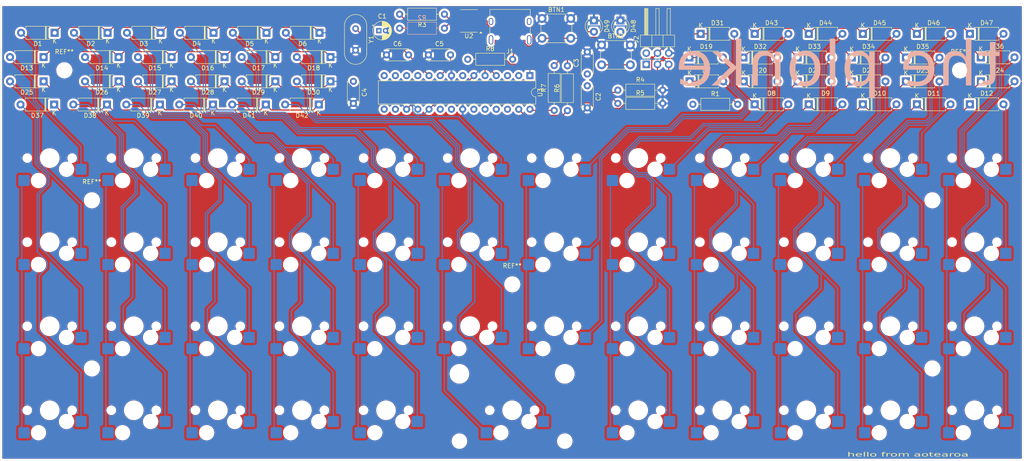
<source format=kicad_pcb>
(kicad_pcb (version 20241229) (generator "pcbnew") (generator_version "9.0")
  (layers (0 "F.Cu" signal) (2 "B.Cu" signal) (13 "F.Paste" user) (15 "B.Paste" user) (5 "F.SilkS" user "F.Silkscreen") (7 "B.SilkS" user "B.Silkscreen") (1 "F.Mask" user) (3 "B.Mask" user) (25 "Edge.Cuts" user))
  (net 0 "")
  (net 1 "GND")
  (net 2 "VBUS")
  (net 3 "Net-(U1-UCAP)")
  (net 4 "Net-(D1-A)")
  (net 5 "Net-(D2-A)")
  (net 6 "Net-(D3-A)")
  (net 7 "Net-(D4-A)")
  (net 8 "Net-(D5-A)")
  (net 9 "Net-(D6-A)")
  (net 10 "Net-(D7-A)")
  (net 11 "Net-(D8-A)")
  (net 12 "Net-(D9-A)")
  (net 13 "Net-(D10-A)")
  (net 14 "Net-(D11-A)")
  (net 15 "Net-(D12-A)")
  (net 16 "Net-(D13-A)")
  (net 17 "R2")
  (net 18 "Net-(D14-A)")
  (net 19 "Net-(D15-A)")
  (net 20 "Net-(D16-A)")
  (net 21 "Net-(D17-A)")
  (net 22 "Net-(D18-A)")
  (net 23 "Net-(D19-A)")
  (net 24 "Net-(D20-A)")
  (net 25 "Net-(D21-A)")
  (net 26 "Net-(D22-A)")
  (net 27 "Net-(D23-A)")
  (net 28 "Net-(D24-A)")
  (net 29 "Net-(D25-A)")
  (net 30 "Net-(D26-A)")
  (net 31 "Net-(D27-A)")
  (net 32 "Net-(D28-A)")
  (net 33 "Net-(D29-A)")
  (net 34 "Net-(D30-A)")
  (net 35 "Net-(D31-A)")
  (net 36 "Net-(D32-A)")
  (net 37 "Net-(D33-A)")
  (net 38 "Net-(D34-A)")
  (net 39 "Net-(D35-A)")
  (net 40 "Net-(D36-A)")
  (net 41 "R4")
  (net 42 "Net-(D37-A)")
  (net 43 "Net-(D38-A)")
  (net 44 "Net-(D39-A)")
  (net 45 "Net-(D40-A)")
  (net 46 "Net-(D41-A)")
  (net 47 "Net-(D42-A)")
  (net 48 "Net-(D44-A)")
  (net 49 "Net-(D45-A)")
  (net 50 "Net-(D46-A)")
  (net 51 "Net-(D47-A)")
  (net 53 "Net-(J1-CC1)")
  (net 58 "Net-(J1-D+-PadA6)")
  (net 60 "Net-(J1-D--PadA7)")
  (net 61 "Net-(J1-CC2)")
  (net 62 "MISO")
  (net 63 "RESET")
  (net 64 "MOSI")
  (net 65 "D-")
  (net 66 "D+")
  (net 67 "C1")
  (net 68 "C2")
  (net 69 "C3")
  (net 70 "C4")
  (net 71 "C5")
  (net 72 "C6")
  (net 73 "C7")
  (net 74 "C8")
  (net 75 "C9")
  (net 76 "C10")
  (net 77 "C11")
  (net 78 "C12")
  (net 79 "Net-(D43-A)")
  (net 80 "Net-(U3-XTAL1{slash}PB6)")
  (net 81 "Net-(U3-XTAL2{slash}PB7)")
  (net 82 "Net-(U3-PD3)")
  (net 83 "Net-(U3-PD2)")
  (net 84 "Net-(U3-PC4)")
  (net 86 "Net-(U3-PC5)")
  (net 87 "Net-(D48-A)")
  (net 88 "Net-(D49-A)")
  (footprint "Diode_THT:D_A-405_P7.62mm_Horizontal" (layer "F.Cu") (at 190.182 55.6048)
    (property "Reference" "D19")
    (property "Value" "D")
  )
  (footprint "" (layer "F.Cu") (at 54.8 126.05)
    (property "Reference" "")
    (property "Value" "")
  )
  (footprint "Diode_THT:D_A-405_P7.62mm_Horizontal" (layer "F.Cu") (at 60.86 55.5 180)
    (property "Reference" "D14")
    (property "Value" "D")
  )
  (footprint "MountingHole:MountingHole_3.2mm_M3" (layer "F.Cu") (at 54.8 87.95)
    (property "Reference" "REF**")
    (property "Value" "MountingHole_3.2mm_M3")
  )
  (footprint "Diode_THT:D_A-405_P7.62mm_Horizontal" (layer "F.Cu") (at 82.212463 66.259018 180)
    (property "Reference" "D40")
    (property "Value" "D")
  )
  (footprint "Diode_THT:D_A-405_P7.62mm_Horizontal" (layer "F.Cu") (at 58.36 50 180)
    (property "Reference" "D2")
    (property "Value" "D")
  )
  (footprint "MountingHole:MountingHole_3.2mm_M3" (layer "F.Cu") (at 150.05 107)
    (property "Reference" "REF**")
    (property "Value" "MountingHole_3.2mm_M3")
  )
  (footprint "Resistor_THT:R_Axial_DIN0207_L6.3mm_D2.5mm_P10.16mm_Horizontal" (layer "F.Cu") (at 134.683 45.786 180)
    (property "Reference" "R3")
    (property "Value" "22R")
  )
  (footprint "Diode_THT:D_A-405_P7.62mm_Horizontal" (layer "F.Cu") (at 72.86 61 180)
    (property "Reference" "D27")
    (property "Value" "D")
  )
  (footprint "Diode_THT:D_A-405_P7.62mm_Horizontal" (layer "F.Cu") (at 108.86 55.5 180)
    (property "Reference" "D18")
    (property "Value" "D")
  )
  (footprint "Diode_THT:D_A-405_P7.62mm_Horizontal" (layer "F.Cu") (at 229.485333 66.2)
    (property "Reference" "D10")
    (property "Value" "D")
  )
  (footprint "Diode_THT:D_A-405_P7.62mm_Horizontal" (layer "F.Cu") (at 214.711 55.6048)
    (property "Reference" "D33")
    (property "Value" "D")
  )
  (footprint "Capacitor_THT:C_Disc_D4.7mm_W2.5mm_P5.00mm" (layer "F.Cu") (at 114.05 61 -90)
    (property "Reference" "C4")
    (property "Value" "1u")
  )
  (footprint "Crystal:Crystal_HC18-U_Vertical" (layer "F.Cu") (at 114.55 49.05 -90)
    (property "Reference" "Y1")
    (property "Value" "Crystal_GND24_Small")
  )
  (footprint "Resistor_THT:R_Axial_DIN0207_L6.3mm_D2.5mm_P10.16mm_Horizontal" (layer "F.Cu") (at 139.97 56)
    (property "Reference" "R8")
    (property "Value" "1.5k")
  )
  (footprint "Diode_THT:D_A-405_P7.62mm_Horizontal" (layer "F.Cu") (at 43.86 55.5 180)
    (property "Reference" "D13")
    (property "Value" "D")
  )
  (footprint "Connector_USB:USB_C_Receptacle_XKB_U262-16XN-4BVC11" (layer "F.Cu") (at 149.55 48.5 180)
    (property "Reference" "J1")
    (property "Value" "USB_C_Receptacle_USB2.0_16P")
  )
  (footprint "Diode_THT:D_A-405_P7.62mm_Horizontal" (layer "F.Cu") (at 96.36 61 180)
    (property "Reference" "D29")
    (property "Value" "D")
  )
  (footprint "Diode_THT:D_A-405_P7.62mm_Horizontal" (layer "F.Cu") (at 239.24 61)
    (property "Reference" "D23")
    (property "Value" "D")
  )
  (footprint "Button_Switch_THT:SW_PUSH_6mm" (layer "F.Cu") (at 170.3 52.75)
    (property "Reference" "BTN2")
    (property "Value" "Boot")
  )
  (footprint "Capacitor_THT:C_Disc_D4.7mm_W2.5mm_P5.00mm" (layer "F.Cu") (at 121.55 55)
    (property "Reference" "C6")
    (property "Value" "20pF")
  )
  (footprint "Diode_THT:D_A-405_P7.62mm_Horizontal" (layer "F.Cu") (at 204.976 66.2)
    (property "Reference" "D8")
    (property "Value" "D")
  )
  (footprint "Diode_THT:D_A-405_P7.62mm_Horizontal" (layer "F.Cu") (at 106.36 50 180)
    (property "Reference" "D6")
    (property "Value" "D")
  )
  (footprint "Diode_THT:D_A-405_P7.62mm_Horizontal" (layer "F.Cu") (at 214.74 61)
    (property "Reference" "D21")
    (property "Value" "D")
  )
  (footprint "Resistor_THT:R_Axial_DIN0207_L6.3mm_D2.5mm_P10.16mm_Horizontal" (layer "F.Cu") (at 162.55 67.63 90)
    (property "Reference" "R6")
    (property "Value" "1.5k")
  )
  (footprint "MountingHole:MountingHole_3.2mm_M3" (layer "F.Cu") (at 48.55 58.5)
    (property "Reference" "REF**")
    (property "Value" "MountingHole_3.2mm_M3")
  )
  (footprint "Diode_THT:D_A-405_P7.62mm_Horizontal" (layer "F.Cu") (at 46.248208 66.259018 180)
    (property "Reference" "D37")
    (property "Value" "D")
  )
  (footprint "Package_SO:SOIC-8_3.9x4.9mm_P1.27mm" (layer "F.Cu") (at 140.225 47.31 180)
    (property "Reference" "U2")
    (property "Value" "USB6B1")
  )
  (footprint "Diode_THT:D_A-405_P7.62mm_Horizontal" (layer "F.Cu") (at 256.222 55.554)
    (property "Reference" "D36")
    (property "Value" "D")
  )
  (footprint "" (layer "F.Cu") (at 245.2492 87.95)
    (property "Reference" "")
    (property "Value" "")
  )
  (footprint "Diode_THT:D_A-405_P7.62mm_Horizontal" (layer "F.Cu") (at 204.99 50.231)
    (property "Reference" "D43")
    (property "Value" "D")
  )
  (footprint "MountingHole:MountingHole_3.2mm_M3" (layer "F.Cu") (at 251.523 58.5)
    (property "Reference" "REF**")
    (property "Value" "MountingHole_3.2mm_M3")
  )
  (footprint "Diode_THT:D_A-405_P7.62mm_Horizontal" (layer "F.Cu") (at 84.86 55.5 180)
    (property "Reference" "D16")
    (property "Value" "D")
  )
  (footprint "Connector_PinHeader_2.54mm:PinHeader_2x03_P2.54mm_Horizontal" (layer "F.Cu") (at 180.418 57.15 90)
    (property "Reference" "J2")
    (property "Value" "AVR-ISP-6")
  )
  (footprint "Diode_THT:D_A-405_P7.62mm_Horizontal" (layer "F.Cu") (at 82.36 50 180)
    (property "Reference" "D4")
    (property "Value" "D")
  )
  (footprint "Diode_THT:D_A-405_P7.62mm_Horizontal" (layer "F.Cu") (at 108.86 61 180)
    (property "Reference" "D30")
    (property "Value" "D")
  )
  (footprint "Diode_THT:D_A-405_P7.62mm_Horizontal" (layer "F.Cu") (at 239.24 55.6048)
    (property "Reference" "D35")
    (property "Value" "D")
  )
  (footprint "Resistor_THT:R_Axial_DIN0207_L6.3mm_D2.5mm_P10.16mm_Horizontal" (layer "F.Cu") (at 173.970001 63)
    (property "Reference" "R4")
    (property "Value" "5k1")
  )
  (footprint "Diode_THT:D_A-405_P7.62mm_Horizontal" (layer "F.Cu") (at 60.86 61 180)
    (property "Reference" "D26")
    (property "Value" "D")
  )
  (footprint "Diode_THT:D_A-405_P7.62mm_Horizontal" (layer "F.Cu") (at 58.212463 66.259018 180)
    (property "Reference" "D38")
    (property "Value" "D")
  )
  (footprint "Capacitor_THT:C_Disc_D4.7mm_W2.5mm_P5.00mm" (layer "F.Cu") (at 167.05 62 -90)
    (property "Reference" "C2")
    (property "Value" "100nF")
  )
  (footprint "Resistor_THT:R_Axial_DIN0207_L6.3mm_D2.5mm_P10.16mm_Horizontal" (layer "F.Cu") (at 173.97 66)
    (property "Reference" "R5")
    (property "Value" "5k1")
  )
  (footprint "Diode_THT:D_A-405_P7.62mm_Horizontal" (layer "F.Cu") (at 106.212463 66.259018 180)
    (property "Reference" "D42")
    (property "Value" "D")
  )
  (footprint "Capacitor_THT:C_Disc_D4.7mm_W2.5mm_P5.00mm" (layer "F.Cu") (at 131.05 55)
    (property "Reference" "C5")
    (property "Value" "20pF")
  )
  (footprint "Diode_THT:D_A-405_P7.62mm_Horizontal" (layer "F.Cu") (at 217.230667 66.2)
    (property "Reference" "D9")
    (property "Value" "D")
  )
  (footprint "Diode_THT:D_A-405_P7.62mm_Horizontal" (layer "F.Cu") (at 241.74 50.231)
    (property "Reference" "D46")
    (property "Value" "D")
  )
  (footprint "Capacitor_THT:CP_Radial_D4.0mm_P1.50mm" (layer "F.Cu") (at 119.827401 49.5)
    (property "Reference" "C1")
    (property "Value" "4.7u")
  )
  (footprint "Resistor_THT:R_Axial_DIN0207_L6.3mm_D2.5mm_P10.16mm_Horizontal" (layer "F.Cu") (at 159.55 67.58 90)
    (property "Reference" "R7")
    (property "Value" "1.5k")
  )
  (footprint "Diode_THT:D_A-405_P7.62mm_Horizontal" (layer "F.Cu") (at 217.24 50.231)
    (property "Reference" "D44")
    (property "Value" "D")
  )
  (footprint "Button_Switch_THT:SW_PUSH_6mm" (layer "F.Cu") (at 156.8 46.75)
    (property "Reference" "BTN1")
    (property "Value" "Reset")
  )
  (footprint "Diode_THT:D_A-405_P7.62mm_Horizontal" (layer "F.Cu") (at 192.74 50.231)
    (property "Reference" "D31")
    (property "Value" "D")
  )
  (footprint "Diode_THT:D_A-405_P7.62mm_Horizontal" (layer "F.Cu") (at 229.49 50.231)
    (property "Reference" "D45")
    (property "Value" "D")
  )
  (footprint "LED_THT:LED_D3.0mm" (layer "F.Cu") (at 174.55 47.225 -90)
    (property "Reference" "D48")
    (property "Value" "LED")
  )
  (footprint "Diode_THT:D_A-405_P7.62mm_Horizontal" (layer "F.Cu") (at 256.24 61)
    (property "Reference" "D24")
    (property "Value" "D")
  )
  (footprint "Diode_THT:D_A-405_P7.62mm_Horizontal" (layer "F.Cu") (at 96.36 55.5 180)
    (property "Reference" "D17")
    (property "Value" "D")
  )
  (footprint "Resistor_THT:R_Axial_DIN0207_L6.3mm_D2.5mm_P10.16mm_Horizontal" (layer "F.Cu") (at 190.97 66.2)
    (property "Reference" "R1")
    (property "Value" "10k")
  )
  (footprint "Diode_THT:D_A-405_P7.62mm_Horizontal" (layer "F.Cu") (at 241.74 66.2)
    (property "Reference" "D11")
    (property "Value" "D")
  )
  (footprint "Diode_THT:D_A-405_P7.62mm_Horizontal" (layer "F.Cu") (at 70.36 50 180)
    (property "Reference" "D3")
    (property "Value" "D")
  )
  (footprint "Diode_THT:D_A-405_P7.62mm_Horizontal" (layer "F.Cu") (at 84.86 61 180)
    (property "Reference" "D28")
    (property "Value" "D")
  )
  (footprint "Diode_THT:D_A-405_P7.62mm_Horizontal" (layer "F.Cu") (at 94.36 50 180)
    (property "Reference" "D5")
    (property "Value" "D")
  )
  (footprint "Package_DIP:DIP-28_W7.62mm" (layer "F.Cu") (at 154.05 59.7 -90)
    (property "Reference" "U3")
    (property "Value" "ATmega328-P")
  )
  (footprint "Diode_THT:D_A-405_P7.62mm_Horizontal" (layer "F.Cu") (at 72.86 55.5 180)
    (property "Reference" "D15")
    (property "Value" "D")
  )
  (footprint "Diode_THT:D_A-405_P7.62mm_Horizontal" (layer "F.Cu") (at 253.74 50.231)
    (property "Reference" "D47")
    (property "Value" "D")
  )
  (footprint "Diode_THT:D_A-405_P7.62mm_Horizontal" (layer "F.Cu") (at 43.86 61 180)
    (property "Reference" "D25")
    (property "Value" "D")
  )
  (footprint "LED_THT:LED_D3.0mm" (layer "F.Cu") (at 168.55 47.225 -90)
    (property "Reference" "D49")
    (property "Value" "LED")
  )
  (footprint "Diode_THT:D_A-405_P7.62mm_Horizontal" (layer "F.Cu") (at 253.74 66.2)
    (property "Reference" "D12")
    (property "Value" "D")
  )
  (footprint "Diode_THT:D_A-405_P7.62mm_Horizontal" (layer "F.Cu") (at 70.212463 66.259018 180)
    (property "Reference" "D39")
    (property "Value" "D")
  )
  (footprint "Capacitor_THT:C_Disc_D4.7mm_W2.5mm_P5.00mm" (layer "F.Cu") (at 167.05 59.335 90)
    (property "Reference" "C3")
    (property "Value" "100nF")
  )
  (footprint "Diode_THT:D_A-405_P7.62mm_Horizontal" (layer "F.Cu") (at 202.4465 55.6048)
    (property "Reference" "D32")
    (property "Value" "D")
  )
  (footprint "Diode_THT:D_A-405_P7.62mm_Horizontal" (layer "F.Cu") (at 226.99 61)
    (property "Reference" "D22")
    (property "Value" "D")
  )
  (footprint "Diode_THT:D_A-405_P7.62mm_Horizontal" (layer "F.Cu") (at 226.9755 55.6048)
    (property "Reference" "D34")
    (property "Value" "D")
  )
  (footprint "Diode_THT:D_A-405_P7.62mm_Horizontal" (layer "F.Cu") (at 190.24 61)
    (property "Reference" "D7")
    (property "Value" "D")
  )
  (footprint "Diode_THT:D_A-405_P7.62mm_Horizontal" (layer "F.Cu") (at 94.212463 66.259018 180)
    (property "Reference" "D41")
    (property "Value" "D")
  )
  (footprint "Diode_THT:D_A-405_P7.62mm_Horizontal" (layer "F.Cu") (at 202.49 61)
    (property "Reference" "D20")
    (property "Value" "D")
  )
  (footprint "Diode_THT:D_A-405_P7.62mm_Horizontal" (layer "F.Cu") (at 46.36 50 180)
    (property "Reference" "D1")
    (property "Value" "D")
  )
  (footprint "" (layer "F.Cu") (at 245.2492 126.05)
    (property "Reference" "")
    (property "Value" "")
  )
  (footprint "MX_Hotswap:MX-Hotswap-1U" (layer "B.Cu") (at 64.29 135.5348)
    (property "Reference" "SW38")
    (property "Value" "SW_Push")
  )
  (footprint "MX_Hotswap:MX-Hotswap-1U" (layer "B.Cu") (at 64.29 78.3848)
    (property "Reference" "SW2")
    (property "Value" "SW_Push")
  )
  (footprint "MX_Hotswap:MX-Hotswap-1U" (layer "B.Cu") (at 178.59 116.4848)
    (property "Reference" "SW32")
    (property "Value" "SW_Push")
  )
  (footprint "MX_Hotswap:MX-Hotswap-1U" (layer "B.Cu") (at 197.64 78.3848)
    (property "Reference" "SW9")
    (property "Value" "SW_Push")
  )
  (footprint "MX_Hotswap:MX-Hotswap-1U" (layer "B.Cu") (at 254.79 135.5348)
    (property "Reference" "SW47")
    (property "Value" "SW_Push")
  )
  (footprint "MX_Hotswap:MX-Hotswap-1U" (layer "B.Cu") (at 178.59 135.5348)
    (property "Reference" "SW43")
    (property "Value" "SW_Push")
  )
  (footprint "MX_Hotswap:MX-Hotswap-1U" (layer "B.Cu") (at 64.29 116.4848)
    (property "Reference" "SW26")
    (property "Value" "SW_Push")
  )
  (footprint "MX_Hotswap:MX-Hotswap-1U" (layer "B.Cu") (at 121.44 97.4348)
    (property "Reference" "SW17")
    (property "Value" "SW_Push")
  )
  (footprint "MX_Hotswap:MX-Hotswap-1U" (layer "B.Cu") (at 197.64 116.4848)
    (property "Reference" "SW33")
    (property "Value" "SW_Push")
  )
  (footprint "MX_Hotswap:MX-Hotswap-1U" (layer "B.Cu") (at 159.54 116.4848)
    (property "Reference" "SW31")
    (property "Value" "SW_Push")
  )
  (footprint "Resistor_THT:R_Axial_DIN0207_L6.3mm_D2.5mm_P10.16mm_Horizontal" (layer "B.Cu") (at 134.683 48.961 180)
    (property "Reference" "R2")
    (property "Value" "22R")
  )
  (footprint "MX_Hotswap:MX-Hotswap-1U" (layer "B.Cu") (at 254.79 97.4348)
    (property "Reference" "SW24")
    (property "Value" "SW_Push")
  )
  (footprint "MX_Hotswap:MX-Hotswap-1U" (layer "B.Cu") (at 197.64 97.4348)
    (property "Reference" "SW21")
    (property "Value" "SW_Push")
  )
  (footprint "MX_Hotswap:MX-Hotswap-1U" (layer "B.Cu") (at 140.49 78.3848)
    (property "Reference" "SW6")
    (property "Value" "SW_Push")
  )
  (footprint "MX_Hotswap:MX-Hotswap-1U" (layer "B.Cu") (at 254.79 116.4848)
    (property "Reference" "SW36")
    (property "Value" "SW_Push")
  )
  (footprint "MX_Hotswap:MX-Hotswap-1U" (layer "B.Cu") (at 216.69 97.4348)
    (property "Reference" "SW22")
    (property "Value" "SW_Push")
  )
  (footprint "MX_Hotswap:MX-Hotswap-1U" (layer "B.Cu") (at 121.44 78.3848)
    (property "Reference" "SW5")
    (property "Value" "SW_Push")
  )
  (footprint "MX_Hotswap:MX-Hotswap-1U" (layer "B.Cu") (at 178.59 97.4348)
    (property "Reference" "SW20")
    (property "Value" "SW_Push")
  )
  (footprint "MX_Hotswap:MX-Hotswap-1U" (layer "B.Cu") (at 235.74 78.3848)
    (property "Reference" "SW11")
    (property "Value" "SW_Push")
  )
  (footprint "MX_Hotswap:MX-Hotswap-1U" (layer "B.Cu") (at 216.69 116.4848)
    (property "Reference" "SW34")
    (property "Value" "SW_Push")
  )
  (footprint "MX_Hotswap:MX-Hotswap-1U" (layer "B.Cu") (at 121.44 116.4848)
    (property "Reference" "SW29")
    (property "Value" "SW_Push")
  )
  (footprint "MX_Hotswap:MX-Hotswap-1U" (layer "B.Cu") (at 159.54 97.4348)
    (property "Reference" "SW19")
    (property "Value" "SW_Push")
  )
  (footprint "MX_Hotswap:MX-Hotswap-1U" (layer "B.Cu") (at 140.49 97.4348)
    (property "Reference" "SW18")
    (property "Value" "SW_Push")
  )
  (footprint "MX_Hotswap:MX-Hotswap-1U" (layer "B.Cu") (at 83.34 116.4848)
    (property "Reference" "SW27")
    (property "Value" "SW_Push")
  )
  (footprint "MX_Hotswap:MX-Hotswap-1U" (layer "B.Cu") (at 178.59 78.3848)
    (property "Reference" "SW8")
    (property "Value" "SW_Push")
  )
  (footprint "MX_Hotswap:MX-Hotswap-1U" (layer "B.Cu") (at 102.39 135.5348)
    (property "Reference" "SW40")
    (property "Value" "SW_Push")
  )
  (footprint "MX_Hotswap:MX-Hotswap-1U" (layer "B.Cu") (at 235.74 116.4848)
    (property "Reference" "SW35")
    (property "Value" "SW_Push")
  )
  (footprint "MX_Hotswap:MX-Hotswap-1U" (layer "B.Cu") (at 102.39 97.4348)
    (property "Reference" "SW16")
    (property "Value" "SW_Push")
  )
  (footprint "MX_Hotswap:MX-Hotswap-1U" (layer "B.Cu") (at 159.54 78.3848)
    (property "Reference" "SW7")
    (property "Value" "SW_Push")
  )
  (footprint "MX_Hotswap:MX-Hotswap-1U" (layer "B.Cu") (at 216.69 78.3848)
    (property "Reference" "SW10")
    (property "Value" "SW_Push")
  )
  (footprint "MX_Hotswap:MX-Hotswap-1U" (layer "B.Cu") (at 83.34 78.3848)
    (property "Reference" "SW3")
    (property "Value" "SW_Push")
  )
  (footprint "MX_Hotswap:MX-Hotswap-1U" (layer "B.Cu") (at 102.39 78.3848)
    (property "Reference" "SW4")
    (property "Value" "SW_Push")
  )
  (footprint "MX_Hotswap:MX-Hotswap-1U" (layer "B.Cu") (at 83.34 135.5348)
    (property "Reference" "SW39")
    (property "Value" "SW_Push")
  )
  (footprint "MX_Hotswap:MX-Hotswap-1U" (layer "B.Cu") (at 83.34 97.4348)
    (property "Reference" "SW15")
    (property "Value" "SW_Push")
  )
  (footprint "MX_Hotswap:MX-Hotswap-1U" (layer "B.Cu") (at 45.24 97.4348)
    (property "Reference" "SW13")
    (property "Value" "SW_Push")
  )
  (footprint "MX_Hotswap:MX-Hotswap-1U" (layer "B.Cu") (at 45.24 135.5348)
    (property "Reference" "SW37")
    (property "Value" "SW_Push")
  )
  (footprint "MX_Hotswap:MX-Hotswap-1U" (layer "B.Cu") (at 64.29 97.4348)
    (property "Reference" "SW14")
    (property "Value" "SW_Push")
  )
  (footprint "MX_Hotswap:MX-Hotswap-1U" (layer "B.Cu") (at 121.44 135.5348)
    (property "Reference" "SW41")
    (property "Value" "SW_Push")
  )
  (footprint "MX_Hotswap:MX-Hotswap-1U" (layer "B.Cu") (at 45.24 116.4848)
    (property "Reference" "SW25")
    (property "Value" "SW_Push")
  )
  (footprint "MX_Hotswap:MX-Hotswap-1U" (layer "B.Cu") (at 140.49 116.4848)
    (property "Reference" "SW30")
    (property "Value" "SW_Push")
  )
  (footprint "MX_Hotswap:MX-Hotswap-1U" (layer "B.Cu") (at 216.69 135.5348)
    (property "Reference" "SW45")
    (property "Value" "SW_Push")
  )
  (footprint "MX_Hotswap:MX-Hotswap-1U" (layer "B.Cu") (at 235.74 97.4348)
    (property "Reference" "SW23")
    (property "Value" "SW_Push")
  )
  (footprint "MX_Hotswap:MX-Hotswap-1U" (layer "B.Cu") (at 197.64 135.5348)
    (property "Reference" "SW44")
    (property "Value" "SW_Push")
  )
  (footprint "MX_Hotswap:MX-Hotswap-1U" (layer "B.Cu") (at 45.24 78.3848)
    (property "Reference" "SW1")
    (property "Value" "SW_Push")
  )
  (footprint "MX_Hotswap:MX-Hotswap-1U" (layer "B.Cu") (at 235.74 135.5348)
    (property "Reference" "SW46")
    (property "Value" "SW_Push")
  )
  (footprint "MX_Hotswap:MX-Hotswap-1U" (layer "B.Cu") (at 254.79 78.3848)
    (property "Reference" "SW12")
    (property "Value" "SW_Push")
  )
  (footprint "MX_Hotswap:MX-Hotswap-1U" (layer "B.Cu") (at 102.39 116.4848)
    (property "Reference" "SW28")
    (property "Value" "SW_Push")
  )
  (footprint "MX_Hotswap:MX-Hotswap-2U" (layer "B.Cu") (at 150.015 135.5348)
    (property "Reference" "SW42")
    (property "Value" "SW_Push")
  )
  (gr_rect (start 34 43.46) (end 266 147) (stroke (width 0.05)) (fill no) (layer "Edge.Cuts"))
  (gr_text "hello from aotearoa" (at 225.9452 146.1922 0) (layer "F.SilkS") (effects (font (size 1 2) (thickness 0.1)) (justify left bottom)))
  (gr_text "the plonke " (at 260.8448 63.6422 0) (layer "B.SilkS") (effects (font (size 10 10) (thickness 0.1)) (justify left bottom mirror)))
  (segment (start 152.9 52.35314) (end 152.9 52.17) (width 0.25) (layer "F.Cu") (net 1))
  (segment (start 155.455 45.405) (end 156.8 46.75) (width 0.25) (layer "F.Cu") (net 1))
  (segment (start 154.696 48.854) (end 154.696 52.49714) (width 0.25) (layer "F.Cu") (net 1))
  (segment (start 153.52786 52.981) (end 152.9 52.35314) (width 0.25) (layer "F.Cu") (net 1))
  (segment (start 156.8 46.75) (end 154.696 48.854) (width 0.25) (layer "F.Cu") (net 1))
  (segment (start 137.75 45.405) (end 142.7 45.405) (width 0.25) (layer "F.Cu") (net 1))
  (segment (start 154.21214 52.981) (end 153.52786 52.981) (width 0.25) (layer "F.Cu") (net 1))
  (segment (start 154.696 52.49714) (end 154.21214 52.981) (width 0.25) (layer "F.Cu") (net 1))
  (segment (start 142.7 45.405) (end 155.455 45.405) (width 0.25) (layer "F.Cu") (net 1))
  (segment (start 52.325 75.775) (end 42.05 65.5) (width 0.25) (layer "B.Cu") (net 4))
  (segment (start 52.325 80.9248) (end 52.325 75.775) (width 0.25) (layer "B.Cu") (net 4))
  (segment (start 42.05 53.31) (end 38.74 50) (width 0.25) (layer "B.Cu") (net 4))
  (segment (start 42.05 65.5) (end 42.05 53.31) (width 0.25) (layer "B.Cu") (net 4))
  (segment (start 64.405445 70) (end 59.55 70) (width 0.25) (layer "B.Cu") (net 5))
  (segment (start 59.55 70) (end 56.55 67) (width 0.25) (layer "B.Cu") (net 5))
  (segment (start 56.55 67) (end 56.55 55.81) (width 0.25) (layer "B.Cu") (net 5))
  (segment (start 56.55 55.81) (end 50.74 50) (width 0.25) (layer "B.Cu") (net 5))
  (segment (start 71.375 80.9248) (end 71.375 76.969555) (width 0.25) (layer "B.Cu") (net 5))
  (segment (start 71.375 76.969555) (end 64.405445 70) (width 0.25) (layer "B.Cu") (net 5))
  (segment (start 79.68781 71) (end 76.68781 68) (width 0.25) (layer "B.Cu") (net 6))
  (segment (start 76.68781 68) (end 69.05 68) (width 0.25) (layer "B.Cu") (net 6))
  (segment (start 69.05 68) (end 68.55 67.5) (width 0.25) (layer "B.Cu") (net 6))
  (segment (start 90.425 78.654701) (end 82.770299 71) (width 0.25) (layer "B.Cu") (net 6))
  (segment (start 68.55 67.5) (end 68.55 55.81) (width 0.25) (layer "B.Cu") (net 6))
  (segment (start 82.770299 71) (end 79.68781 71) (width 0.25) (layer "B.Cu") (net 6))
  (segment (start 90.425 80.9248) (end 90.425 78.654701) (width 0.25) (layer "B.Cu") (net 6))
  (segment (start 68.55 55.81) (end 62.74 50) (width 0.25) (layer "B.Cu") (net 6))
  (segment (start 80.55 67.048555) (end 80.55 55.81) (width 0.25) (layer "B.Cu") (net 7))
  (segment (start 98.588629 76.0149) (end 95.720729 73.147) (width 0.25) (layer "B.Cu") (net 7))
  (segment (start 109.475 80.9248) (end 109.475 78.654701) (width 0.25) (layer "B.Cu") (net 7))
  (segment (start 106.835199 76.0149) (end 98.588629 76.0149) (width 0.25) (layer "B.Cu") (net 7))
  (segment (start 109.475 78.654701) (end 106.835199 76.0149) (width 0.25) (layer "B.Cu") (net 7))
  (segment (start 86.962638 67.485018) (end 80.986463 67.485018) (width 0.25) (layer "B.Cu") (net 7))
  (segment (start 95.720729 73.147) (end 92.62462 73.147) (width 0.25) (layer "B.Cu") (net 7))
  (segment (start 80.55 55.81) (end 74.74 50) (width 0.25) (layer "B.Cu") (net 7))
  (segment (start 80.986463 67.485018) (end 80.55 67.048555) (width 0.25) (layer "B.Cu") (net 7))
  (segment (start 92.62462 73.147) (end 86.962638 67.485018) (width 0.25) (layer "B.Cu") (net 7))
  (segment (start 121.370299 71.5) (end 102.05 71.5) (width 0.25) (layer "B.Cu") (net 8))
  (segment (start 102.05 71.5) (end 98.55 68) (width 0.25) (layer "B.Cu") (net 8))
  (segment (start 98.55 68) (end 93.05 68) (width 0.25) (layer "B.Cu") (net 8))
  (segment (start 92.55 67.5) (end 92.55 55.81) (width 0.25) (layer "B.Cu") (net 8))
  (segment (start 93.05 68) (end 92.55 67.5) (width 0.25) (layer "B.Cu") (net 8))
  (segment (start 92.55 55.81) (end 86.74 50) (width 0.25) (layer "B.Cu") (net 8))
  (segment (start 128.525 78.654701) (end 121.370299 71.5) (width 0.25) (layer "B.Cu") (net 8))
  (segment (start 128.525 80.9248) (end 128.525 78.654701) (width 0.25) (layer "B.Cu") (net 8))
  (segment (start 104.55 55.81) (end 98.74 50) (width 0.25) (layer "B.Cu") (net 9))
  (segment (start 147.575 78.654701) (end 137.920299 69) (width 0.25) (layer "B.Cu") (net 9))
  (segment (start 147.575 80.9248) (end 147.575 78.654701) (width 0.25) (layer "B.Cu") (net 9))
  (segment (start 137.920299 69) (end 106.05 69) (width 0.25) (layer "B.Cu") (net 9))
  (segment (start 106.05 69) (end 104.55 67.5) (width 0.25) (layer "B.Cu") (net 9))
  (segment (start 104.55 67.5) (end 104.55 55.81) (width 0.25) (layer "B.Cu") (net 9))
  (segment (start 202.55 67.5) (end 202.55 65.69) (width 0.25) (layer "B.Cu") (net 10))
  (segment (start 166.625 80.9248) (end 176.0498 71.5) (width 0.25) (layer "B.Cu") (net 10))
  (segment (start 185.55 71.5) (end 188.55 68.5) (width 0.25) (layer "B.Cu") (net 10))
  (segment (start 188.55 68.5) (end 201.55 68.5) (width 0.25) (layer "B.Cu") (net 10))
  (segment (start 202.55 65.69) (end 197.86 61) (width 0.25) (layer "B.Cu") (net 10))
  (segment (start 201.55 68.5) (end 202.55 67.5) (width 0.25) (layer "B.Cu") (net 10))
  (segment (start 176.0498 71.5) (end 185.55 71.5) (width 0.25) (layer "B.Cu") (net 10))
  (segment (start 194.5998 72) (end 206.796 72) (width 0.25) (layer "B.Cu") (net 11))
  (segment (start 185.675 80.9248) (end 194.5998 72) (width 0.25) (layer "B.Cu") (net 11))
  (segment (start 206.796 72) (end 212.596 66.2) (width 0.25) (layer "B.Cu") (net 11))
  (segment (start 222.550667 68.5) (end 224.850667 66.2) (width 0.25) (layer "B.Cu") (net 12))
  (segment (start 222.18781 68.5) (end 222.550667 68.5) (width 0.25) (layer "B.Cu") (net 12))
  (segment (start 218.18781 72.5) (end 222.18781 68.5) (width 0.25) (layer "B.Cu") (net 12))
  (segment (start 213.1498 72.5) (end 218.18781 72.5) (width 0.25) (layer "B.Cu") (net 12))
  (segment (start 204.725 80.9248) (end 213.1498 72.5) (width 0.25) (layer "B.Cu") (net 12))
  (segment (start 223.775 79.530333) (end 237.105333 66.2) (width 0.25) (layer "B.Cu") (net 13))
  (segment (start 223.775 80.9248) (end 223.775 79.530333) (width 0.25) (layer "B.Cu") (net 13))
  (segment (start 242.825 80.9248) (end 242.825 72.735) (width 0.25) (layer "B.Cu") (net 14))
  (segment (start 242.825 72.735) (end 249.36 66.2) (width 0.25) (layer "B.Cu") (net 14))
  (segment (start 261.875 80.9248) (end 261.875 66.715) (width 0.25) (layer "B.Cu") (net 15))
  (segment (start 261.875 66.715) (end 261.36 66.2) (width 0.25) (layer "B.Cu") (net 15))
  (segment (start 42.8701 66.95791) (end 41.55 65.63781) (width 0.25) (layer "B.Cu") (net 16))
  (segment (start 41.55 65.63781) (end 41.55 60.81) (width 0.25) (layer "B.Cu") (net 16))
  (segment (start 52.325 99.9748) (end 52.325 88.821345) (width 0.25) (layer "B.Cu") (net 16))
  (segment (start 42.8701 79.366445) (end 42.8701 66.95791) (width 0.25) (layer "B.Cu") (net 16))
  (segment (start 41.55 60.81) (end 36.24 55.5) (width 0.25) (layer "B.Cu") (net 16))
  (segment (start 52.325 88.821345) (end 42.8701 79.366445) (width 0.25) (layer "B.Cu") (net 16))
  (segment (start 62.086 54.274) (end 71.634 54.274) (width 0.25) (layer "F.Cu") (net 17))
  (segment (start 71.634 54.274) (end 72.86 55.5) (width 0.25) (layer "F.Cu") (net 17))
  (segment (start 256.24 61) (end 255.014 62.226) (width 0.25) (layer "F.Cu") (net 17))
  (segment (start 192.6548 55.6048) (end 190.182 55.6048) (width 0.25) (layer "F.Cu") (net 17))
  (segment (start 83.634 54.274) (end 84.86 55.5) (width 0.25) (layer "F.Cu") (net 17))
  (segment (start 240.466 62.226) (end 239.24 61) (width 0.25) (layer "F.Cu") (net 17))
  (segment (start 169.219405 67.577) (end 167.516405 65.874) (width 0.25) (layer "F.Cu") (net 17))
  (segment (start 43.86 55.5) (end 45.086 54.274) (width 0.25) (layer "F.Cu") (net 17))
  (segment (start 60.86 55.5) (end 62.086 54.274) (width 0.25) (layer "F.Cu") (net 17))
  (segment (start 74.086 54.274) (end 83.634 54.274) (width 0.25) (layer "F.Cu") (net 17))
  (segment (start 228.216 62.226) (end 226.99 61) (width 0.25) (layer "F.Cu") (net 17))
  (segment (start 215.966 62.226) (end 214.74 61) (width 0.25) (layer "F.Cu") (net 17))
  (segment (start 167.516405 65.874) (end 132.636 65.874) (width 0.25) (layer "F.Cu") (net 17))
  (segment (start 190.182 55.6048) (end 190.0008 55.786) (width 0.25) (layer "F.Cu") (net 17))
  (segment (start 182.958 59.242215) (end 174.623215 67.577) (width 0.25) (layer "F.Cu") (net 17))
  (segment (start 107.634 54.274) (end 108.86 55.5) (width 0.25) (layer "F.Cu") (net 17))
  (segment (start 199.99 58.5) (end 195.55 58.5) (width 0.25) (layer "F.Cu") (net 17))
  (segment (start 213.514 62.226) (end 203.716 62.226) (width 0.25) (layer "F.Cu") (net 17))
  (segment (start 214.74 61) (end 213.514 62.226) (width 0.25) (layer "F.Cu") (net 17))
  (segment (start 174.623215 67.577) (end 169.219405 67.577) (width 0.25) (layer "F.Cu") (net 17))
  (segment (start 84.86 55.5) (end 86.36 54) (width 0.25) (layer "F.Cu") (net 17))
  (segment (start 239.24 61) (end 238.014 62.226) (width 0.25) (layer "F.Cu") (net 17))
  (segment (start 59.634 54.274) (end 60.86 55.5) (width 0.25) (layer "F.Cu") (net 17))
  (segment (start 132.636 65.874) (end 131.19 67.32) (width 0.25) (layer "F.Cu") (net 17))
  (segment (start 97.586 54.274) (end 107.634 54.274) (width 0.25) (layer "F.Cu") (net 17))
  (segment (start 94.86 54) (end 96.36 55.5) (width 0.25) (layer "F.Cu") (net 17))
  (segment (start 184.322 55.786) (end 182.958 57.15) (width 0.25) (layer "F.Cu") (net 17))
  (segment (start 255.014 62.226) (end 240.466 62.226) (width 0.25) (layer "F.Cu") (net 17))
  (segment (start 72.86 55.5) (end 74.086 54.274) (width 0.25) (layer "F.Cu") (net 17))
  (segment (start 182.958 57.15) (end 182.958 59.242215) (width 0.25) (layer "F.Cu") (net 17))
  (segment (start 203.716 62.226) (end 202.49 61) (width 0.25) (layer "F.Cu") (net 17))
  (segment (start 226.99 61) (end 225.764 62.226) (width 0.25) (layer "F.Cu") (net 17))
  (segment (start 225.764 62.226) (end 215.966 62.226) (width 0.25) (layer "F.Cu") (net 17))
  (segment (start 195.55 58.5) (end 192.6548 55.6048) (width 0.25) (layer "F.Cu") (net 17))
  (segment (start 202.49 61) (end 199.99 58.5) (width 0.25) (layer "F.Cu") (net 17))
  (segment (start 96.36 55.5) (end 97.586 54.274) (width 0.25) (layer "F.Cu") (net 17))
  (segment (start 238.014 62.226) (end 228.216 62.226) (width 0.25) (layer "F.Cu") (net 17))
  (segment (start 45.086 54.274) (end 59.634 54.274) (width 0.25) (layer "F.Cu") (net 17))
  (segment (start 86.36 54) (end 94.86 54) (width 0.25) (layer "F.Cu") (net 17))
  (segment (start 190.0008 55.786) (end 184.322 55.786) (width 0.25) (layer "F.Cu") (net 17))
  (segment (start 123.41219 65.5) (end 126.170405 65.5) (width 0.25) (layer "B.Cu") (net 17))
  (segment (start 127.524 66.853595) (end 127.524 67.786405) (width 0.25) (layer "B.Cu") (net 17))
  (segment (start 130.064 68.446) (end 131.19 67.32) (width 0.25) (layer "B.Cu") (net 17))
  (segment (start 108.86 55.5) (end 113.41219 55.5) (width 0.25) (layer "B.Cu") (net 17))
  (segment (start 128.183595 68.446) (end 130.064 68.446) (width 0.25) (layer "B.Cu") (net 17))
  (segment (start 126.170405 65.5) (end 127.524 66.853595) (width 0.25) (layer "B.Cu") (net 17))
  (segment (start 113.41219 55.5) (end 123.41219 65.5) (width 0.25) (layer "B.Cu") (net 17))
  (segment (start 127.524 67.786405) (end 128.183595 68.446) (width 0.25) (layer "B.Cu") (net 17))
  (segment (start 61.9201 73.00791) (end 56.05 67.13781) (width 0.25) (layer "B.Cu") (net 18))
  (segment (start 71.375 99.9748) (end 71.375 88.821345) (width 0.25) (layer "B.Cu") (net 18))
  (segment (start 61.9201 79.366445) (end 61.9201 73.00791) (width 0.25) (layer "B.Cu") (net 18))
  (segment (start 71.375 88.821345) (end 61.9201 79.366445) (width 0.25) (layer "B.Cu") (net 18))
  (segment (start 56.05 67.13781) (end 56.05 58.31) (width 0.25) (layer "B.Cu") (net 18))
  (segment (start 56.05 58.31) (end 53.24 55.5) (width 0.25) (layer "B.Cu") (net 18))
  (segment (start 68.05 58.31) (end 65.24 55.5) (width 0.25) (layer "B.Cu") (net 19))
  (segment (start 80.9701 79.366445) (end 80.9701 72.9201) (width 0.25) (layer "B.Cu") (net 19))
  (segment (start 80.9701 72.9201) (end 76.501 68.451) (width 0.25) (layer "B.Cu") (net 19))
  (segment (start 76.501 68.451) (end 68.86319 68.451) (width 0.25) (layer "B.Cu") (net 19))
  (segment (start 68.05 67.63781) (end 68.05 58.31) (width 0.25) (layer "B.Cu") (net 19))
  (segment (start 90.425 88.821345) (end 80.9701 79.366445) (width 0.25) (layer "B.Cu") (net 19))
  (segment (start 90.425 99.9748) (end 90.425 88.821345) (width 0.25) (layer "B.Cu") (net 19))
  (segment (start 68.86319 68.451) (end 68.05 67.63781) (width 0.25) (layer "B.Cu") (net 19))
  (segment (start 80.05 58.31) (end 77.24 55.5) (width 0.25) (layer "B.Cu") (net 20))
  (segment (start 99.917145 79.26349) (end 99.917145 77.981226) (width 0.25) (layer "B.Cu") (net 20))
  (segment (start 109.475 88.821345) (end 99.917145 79.26349) (width 0.25) (layer "B.Cu") (net 20))
  (segment (start 86.775828 67.936018) (end 80.799653 67.936018) (width 0.25) (layer "B.Cu") (net 20))
  (segment (start 80.799653 67.936018) (end 80.05 67.186365) (width 0.25) (layer "B.Cu") (net 20))
  (segment (start 80.05 67.186365) (end 80.05 58.31) (width 0.25) (layer "B.Cu") (net 20))
  (segment (start 95.533919 73.598) (end 92.43781 73.598) (width 0.25) (layer "B.Cu") (net 20))
  (segment (start 99.917145 77.981226) (end 95.533919 73.598) (width 0.25) (layer "B.Cu") (net 20))
  (segment (start 109.475 99.9748) (end 109.475 88.821345) (width 0.25) (layer "B.Cu") (net 20))
  (segment (start 92.43781 73.598) (end 86.775828 67.936018) (width 0.25) (layer "B.Cu") (net 20))
  (segment (start 128.525 99.9748) (end 128.525 88.821345) (width 0.25) (layer "B.Cu") (net 21))
  (segment (start 98.36319 68.451) (end 92.86319 68.451) (width 0.25) (layer "B.Cu") (net 21))
  (segment (start 128.525 88.821345) (end 119.0701 79.366445) (width 0.25) (layer "B.Cu") (net 21))
  (segment (start 92.05 58.81) (end 88.74 55.5) (width 0.25) (layer "B.Cu") (net 21))
  (segment (start 119.0701 76.0201) (end 115.001 71.951) (width 0.25) (layer "B.Cu") (net 21))
  (segment (start 101.86319 71.951) (end 98.36319 68.451) (width 0.25) (layer "B.Cu") (net 21))
  (segment (start 92.05 67.63781) (end 92.05 58.81) (width 0.25) (layer "B.Cu") (net 21))
  (segment (start 119.0701 79.366445) (end 119.0701 76.0201) (width 0.25) (layer "B.Cu") (net 21))
  (segment (start 92.86319 68.451) (end 92.05 67.63781) (width 0.25) (layer "B.Cu") (net 21))
  (segment (start 115.001 71.951) (end 101.86319 71.951) (width 0.25) (layer "B.Cu") (net 21))
  (segment (start 147.575 88.821345) (end 138.1201 79.366445) (width 0.25) (layer "B.Cu") (net 22))
  (segment (start 138.1201 75.5701) (end 132.001 69.451) (width 0.25) (layer "B.Cu") (net 22))
  (segment (start 104.099 67.68681) (end 104.099 58.359) (width 0.25) (layer "B.Cu") (net 22))
  (segment (start 138.1201 79.366445) (end 138.1201 75.5701) (width 0.25) (layer "B.Cu") (net 22))
  (segment (start 104.099 58.359) (end 101.24 55.5) (width 0.25) (layer "B.Cu") (net 22))
  (segment (start 132.001 69.451) (end 105.86319 69.451) (width 0.25) (layer "B.Cu") (net 22))
  (segment (start 147.575 99.9748) (end 147.575 88.821345) (width 0.25) (layer "B.Cu") (net 22))
  (segment (start 105.86319 69.451) (end 104.099 67.68681) (width 0.25) (layer "B.Cu") (net 22))
  (segment (start 199.773905 62.276095) (end 199.773905 57.576705) (width 0.25) (layer "B.Cu") (net 23))
  (segment (start 201.68781 69) (end 203.001 67.68681) (width 0.25) (layer "B.Cu") (net 23))
  (segment (start 166.625 99.9748) (end 169.868805 96.730995) (width 0.25) (layer "B.Cu") (net 23))
  (segment (start 203.001 67.68681) (end 203.001 65.50319) (width 0.25) (layer "B.Cu") (net 23))
  (segment (start 169.868805 78.318805) (end 176.23661 71.951) (width 0.25) (layer "B.Cu") (net 23))
  (segment (start 188.68781 69) (end 201.68781 69) (width 0.25) (layer "B.Cu") (net 23))
  (segment (start 169.868805 96.730995) (end 169.868805 78.318805) (width 0.25) (layer "B.Cu") (net 23))
  (segment (start 199.773905 57.576705) (end 197.802 55.6048) (width 0.25) (layer "B.Cu") (net 23))
  (segment (start 176.23661 71.951) (end 185.73681 71.951) (width 0.25) (layer "B.Cu") (net 23))
  (segment (start 203.001 65.50319) (end 199.773905 62.276095) (width 0.25) (layer "B.Cu") (net 23))
  (segment (start 185.73681 71.951) (end 188.68781 69) (width 0.25) (layer "B.Cu") (net 23))
  (segment (start 185.675 86.852865) (end 180.524 81.701865) (width 0.25) (layer "B.Cu") (net 24))
  (segment (start 176.2201 77.403155) (end 179.123255 74.5) (width 0.25) (layer "B.Cu") (net 24))
  (segment (start 210.11 68.04819) (end 210.11 61) (width 0.25) (layer "B.Cu") (net 24))
  (segment (start 194.46199 71.5) (end 206.65819 71.5) (width 0.25) (layer "B.Cu") (net 24))
  (segment (start 206.65819 71.5) (end 210.11 68.04819) (width 0.25) (layer "B.Cu") (net 24))
  (segment (start 185.675 99.9748) (end 185.675 86.852865) (width 0.25) (layer "B.Cu") (net 24))
  (segment (start 191.46199 74.5) (end 194.46199 71.5) (width 0.25) (layer "B.Cu") (net 24))
  (segment (start 176.2201 79.366445) (end 176.2201 77.403155) (width 0.25) (layer "B.Cu") (net 24))
  (segment (start 180.524 81.701865) (end 178.55552 81.701865) (width 0.25) (layer "B.Cu") (net 24))
  (segment (start 178.55552 81.701865) (end 176.2201 79.366445) (width 0.25) (layer "B.Cu") (net 24))
  (segment (start 179.123255 74.5) (end 191.46199 74.5) (width 0.25) (layer "B.Cu") (net 24))
  (segment (start 204.725 88.821345) (end 195.2701 79.366445) (width 0.25) (layer "B.Cu") (net 25))
  (segment (start 195.2701 79.366445) (end 195.2701 77.403155) (width 0.25) (layer "B.Cu") (net 25))
  (segment (start 210.51199 74.5) (end 213.01199 72) (width 0.25) (layer "B.Cu") (net 25))
  (segment (start 195.2701 77.403155) (end 198.173255 74.5) (width 0.25) (layer "B.Cu") (net 25))
  (segment (start 198.173255 74.5) (end 210.51199 74.5) (width 0.25) (layer "B.Cu") (net 25))
  (segment (start 213.01199 72) (end 218.05 72) (width 0.25) (layer "B.Cu") (net 25))
  (segment (start 222.36 67.69) (end 222.36 61) (width 0.25) (layer "B.Cu") (net 25))
  (segment (start 218.05 72) (end 222.36 67.69) (width 0.25) (layer "B.Cu") (net 25))
  (segment (start 204.725 99.9748) (end 204.725 88.821345) (width 0.25) (layer "B.Cu") (net 25))
  (segment (start 214.3201 79.366445) (end 214.3201 77.403155) (width 0.25) (layer "B.Cu") (net 26))
  (segment (start 223.775 99.9748) (end 223.775 88.821345) (width 0.25) (layer "B.Cu") (net 26))
  (segment (start 214.3201 77.403155) (end 217.223255 74.5) (width 0.25) (layer "B.Cu") (net 26))
  (segment (start 223.775 88.821345) (end 214.3201 79.366445) (width 0.25) (layer "B.Cu") (net 26))
  (segment (start 217.223255 74.5) (end 228.167523 74.5) (width 0.25) (layer "B.Cu") (net 26))
  (segment (start 234.61 68.057523) (end 234.61 61) (width 0.25) (layer "B.Cu") (net 26))
  (segment (start 228.167523 74.5) (end 234.61 68.057523) (width 0.25) (layer "B.Cu") (net 26))
  (segment (start 242.825 88.821345) (end 233.3701 79.366445) (width 0.25) (layer "B.Cu") (net 27))
  (segment (start 233.3701 77.403155) (end 239.83716 70.936095) (width 0.25) (layer "B.Cu") (net 27))
  (segment (start 243.986095 70.936095) (end 246.86 68.06219) (width 0.25) (layer "B.Cu") (net 27))
  (segment (start 239.83716 70.936095) (end 243.986095 70.936095) (width 0.25) (layer "B.Cu") (net 27))
  (segment (start 246.86 68.06219) (end 246.86 61) (width 0.25) (layer "B.Cu") (net 27))
  (segment (start 233.3701 79.366445) (end 233.3701 77.403155) (width 0.25) (layer "B.Cu") (net 27))
  (segment (start 242.825 99.9748) (end 242.825 88.821345) (width 0.25) (layer "B.Cu") (net 27))
  (segment (start 252.4201 72.4399) (end 263.86 61) (width 0.25) (layer "B.Cu") (net 28))
  (segment (start 252.4201 79.366445) (end 252.4201 72.4399) (width 0.25) (layer "B.Cu") (net 28))
  (segment (start 261.875 99.9748) (end 261.875 88.821345) (width 0.25) (layer "B.Cu") (net 28))
  (segment (start 261.875 88.821345) (end 252.4201 79.366445) (width 0.25) (layer "B.Cu") (net 28))
  (segment (start 42.8701 86.585575) (end 45.05 84.405675) (width 0.25) (layer "B.Cu") (net 29))
  (segment (start 52.325 119.0248) (end 52.325 107.871345) (width 0.25) (layer "B.Cu") (net 29))
  (segment (start 42.41219 79.546345) (end 42.41219 67.13781) (width 0.25) (layer "B.Cu") (net 29))
  (segment (start 45.05 84.405675) (end 45.05 82.184155) (width 0.25) (layer "B.Cu") (net 29))
  (segment (start 42.37781 67.13781) (end 36.24 61) (width 0.25) (layer "B.Cu") (net 29))
  (segment (start 42.41219 67.13781) (end 42.37781 67.13781) (width 0.25) (layer "B.Cu") (net 29))
  (segment (start 52.325 107.871345) (end 42.8701 98.416445) (width 0.25) (layer "B.Cu") (net 29))
  (segment (start 45.05 82.184155) (end 44.457922 81.592078) (width 0.25) (layer "B.Cu") (net 29))
  (segment (start 44.457922 81.592078) (end 42.41219 79.546345) (width 0.25) (layer "B.Cu") (net 29))
  (segment (start 42.8701 98.416445) (end 42.8701 86.585575) (width 0.25) (layer "B.Cu") (net 29))
  (segment (start 55.55 63.31) (end 53.24 61) (width 0.25) (layer "B.Cu") (net 30))
  (segment (start 55.55 67.27562) (end 55.55 63.31) (width 0.25) (layer "B.Cu") (net 30))
  (segment (start 65.05 83.134155) (end 61.4691 79.553255) (width 0.25) (layer "B.Cu") (net 30))
  (segment (start 65.05 86.5) (end 65.05 83.134155) (width 0.25) (layer "B.Cu") (net 30))
  (segment (start 61.4691 79.553255) (end 61.4691 73.19472) (width 0.25) (layer "B.Cu") (net 30))
  (segment (start 71.375 107.871345) (end 61.9201 98.416445) (width 0.25) (layer "B.Cu") (net 30))
  (segment (start 61.4691 73.19472) (end 55.55 67.27562) (width 0.25) (layer "B.Cu") (net 30))
  (segment (start 71.375 119.0248) (end 71.375 107.871345) (width 0.25) (layer "B.Cu") (net 30))
  (segment (start 61.9201 98.416445) (end 61.9201 89.6299) (width 0.25) (layer "B.Cu") (net 30))
  (segment (start 61.9201 89.6299) (end 65.05 86.5) (width 0.25) (layer "B.Cu") (net 30))
  (segment (start 90.425 107.871345) (end 80.9701 98.416445) (width 0.25) (layer "B.Cu") (net 31))
  (segment (start 90.425 119.0248) (end 90.425 107.871345) (width 0.25) (layer "B.Cu") (net 31))
  (segment (start 67.55 63.31) (end 65.24 61) (width 0.25) (layer "B.Cu") (net 31))
  (segment (start 68.67638 68.902) (end 67.55 67.77562) (width 0.25) (layer "B.Cu") (net 31))
  (segment (start 80.9701 98.416445) (end 80.9701 91.0799) (width 0.25) (layer "B.Cu") (net 31))
  (segment (start 76.31419 68.902) (end 68.67638 68.902) (width 0.25) (layer "B.Cu") (net 31))
  (segment (start 80.5191 79.553255) (end 80.5191 73.10691) (width 0.25) (layer "B.Cu") (net 31))
  (segment (start 84.05 88) (end 84.05 83.084155) (width 0.25) (layer "B.Cu") (net 31))
  (segment (start 67.55 67.77562) (end 67.55 63.31) (width 0.25) (layer "B.Cu") (net 31))
  (segment (start 80.9701 91.0799) (end 84.05 88) (width 0.25) (layer "B.Cu") (net 31))
  (segment (start 80.5191 73.10691) (end 76.31419 68.902) (width 0.25) (layer "B.Cu") (net 31))
  (segment (start 84.05 83.084155) (end 80.5191 79.553255) (width 0.25) (layer "B.Cu") (net 31))
  (segment (start 109.475 119.0248) (end 109.475 107.871345) (width 0.25) (layer "B.Cu") (net 32))
  (segment (start 79.55 67.324175) (end 79.55 63.31) (width 0.25) (layer "B.Cu") (net 32))
  (segment (start 92.23681 74.049) (end 86.574828 68.387018) (width 0.25) (layer "B.Cu") (net 32))
  (segment (start 109.475 107.871345) (end 100.0201 98.416445) (width 0.25) (layer "B.Cu") (net 32))
  (segment (start 95.347109 74.049) (end 92.23681 74.049) (width 0.25) (layer "B.Cu") (net 32))
  (segment (start 99.466145 79.4503) (end 99.466145 78.168036) (width 0.25) (layer "B.Cu") (net 32))
  (segment (start 79.55 63.31) (end 77.24 61) (width 0.25) (layer "B.Cu") (net 32))
  (segment (start 104.05 84.034155) (end 99.466145 79.4503) (width 0.25) (layer "B.Cu") (net 32))
  (segment (start 80.612843 68.387018) (end 79.55 67.324175) (width 0.25) (layer "B.Cu") (net 32))
  (segment (start 104.05 91.5) (end 104.05 84.034155) (width 0.25) (layer "B.Cu") (net 32))
  (segment (start 100.0201 98.416445) (end 100.0201 95.5299) (width 0.25) (layer "B.Cu") (net 32))
  (segment (start 100.0201 95.5299) (end 104.05 91.5) (width 0.25) (layer "B.Cu") (net 32))
  (segment (start 99.466145 78.168036) (end 95.347109 74.049) (width 0.25) (layer "B.Cu") (net 32))
  (segment (start 86.574828 68.387018) (end 80.612843 68.387018) (width 0.25) (layer "B.Cu") (net 32))
  (segment (start 118.6191 76.20691) (end 114.81419 72.402) (width 0.25) (layer "B.Cu") (net 33))
  (segment (start 128.525 107.871345) (end 119.0701 98.416445) (width 0.25) (layer "B.Cu") (net 33))
  (segment (start 91.55 63.81) (end 88.74 61) (width 0.25) (layer "B.Cu") (net 33))
  (segment (start 119.0701 95.4799) (end 122.55 92) (width 0.25) (layer "B.Cu") (net 33))
  (segment (start 122.55 83.5) (end 118.6191 79.5691) (width 0.25) (layer "B.Cu") (net 33))
  (segment (start 114.81419 72.402) (end 101.67638 72.402) (width 0.25) (layer "B.Cu") (net 33))
  (segment (start 118.6191 79.5691) (end 118.6191 76.20691) (width 0.25) (layer "B.Cu") (net 33))
  (segment (start 92.67638 68.902) (end 91.55 67.77562) (width 0.25) (layer "B.Cu") (net 33))
  (segment (start 128.525 119.0248) (end 128.525 107.871345) (width 0.25) (layer "B.Cu") (net 33))
  (segment (start 91.55 67.77562) (end 91.55 63.81) (width 0.25) (layer "B.Cu") (net 33))
  (segment (start 98.17638 68.902) (end 92.67638 68.902) (width 0.25) (layer "B.Cu") (net 33))
  (segment (start 122.55 92) (end 122.55 83.5) (width 0.25) (layer "B.Cu") (net 33))
  (segment (start 101.67638 72.402) (end 98.17638 68.902) (width 0.25) (layer "B.Cu") (net 33))
  (segment (start 119.0701 98.416445) (end 119.0701 95.4799) (width 0.25) (layer "B.Cu") (net 33))
  (segment (start 140.55 92.5) (end 140.55 82.434155) (width 0.25) (layer "B.Cu") (net 34))
  (segment (start 138.1201 98.416445) (end 138.1201 94.9299) (width 0.25) (layer "B.Cu") (net 34))
  (segment (start 147.575 107.871345) (end 138.1201 98.416445) (width 0.25) (layer "B.Cu") (net 34))
  (segment (start 140.55 82.434155) (end 137.6691 79.553255) (width 0.25) (layer "B.Cu") (net 34))
  (segment (start 103.648 63.408) (end 101.24 61) (width 0.25) (layer "B.Cu") (net 34))
  (segment (start 131.81419 69.902) (end 105.67638 69.902) (width 0.25) (layer "B.Cu") (net 34))
  (segment (start 138.1201 94.9299) (end 140.55 92.5) (width 0.25) (layer "B.Cu") (net 34))
  (segment (start 147.575 119.0248) (end 147.575 107.871345) (width 0.25) (layer "B.Cu") (net 34))
  (segment (start 137.6691 75.75691) (end 131.81419 69.902) (width 0.25) (layer "B.Cu") (net 34))
  (segment (start 105.67638 69.902) (end 103.648 67.87362) (width 0.25) (layer "B.Cu") (net 34))
  (segment (start 137.6691 79.553255) (end 137.6691 75.75691) (width 0.25) (layer "B.Cu") (net 34))
  (segment (start 103.648 67.87362) (end 103.648 63.408) (width 0.25) (layer "B.Cu") (net 34))
  (segment (start 166.625 119.0248) (end 170.319805 115.329995) (width 0.25) (layer "B.Cu") (net 35))
  (segment (start 185.92362 72.402) (end 188.87462 69.451) (width 0.25) (layer "B.Cu") (net 35))
  (segment (start 176.42342 72.402) (end 185.92362 72.402) (width 0.25) (layer "B.Cu") (net 35))
  (segment (start 170.319805 78.505615) (end 176.42342 72.402) (width 0.25) (layer "B.Cu") (net 35))
  (segment (start 203.452 65.31638) (end 200.36 62.22438) (width 0.25) (layer "B.Cu") (net 35))
  (segment (start 203.452 67.87362) (end 203.452 65.31638) (width 0.25) (layer "B.Cu") (net 35))
  (segment (start 200.36 62.22438) (end 200.36 50.231) (width 0.25) (layer "B.Cu") (net 35))
  (segment (start 188.87462 69.451) (end 201.87462 69.451) (width 0.25) (layer "B.Cu") (net 35))
  (segment (start 201.87462 69.451) (end 203.452 67.87362) (width 0.25) (layer "B.Cu") (net 35))
  (segment (start 170.319805 115.329995) (end 170.319805 78.505615) (width 0.25) (layer "B.Cu") (net 35))
  (segment (start 185.675 107.871345) (end 176.2201 98.416445) (width 0.25) (layer "B.Cu") (net 36))
  (segment (start 178.36871 82.152865) (end 175.7691 79.553255) (width 0.25) (layer "B.Cu") (net 36))
  (segment (start 182.05 89) (end 182.05 83.865675) (width 0.25) (layer "B.Cu") (net 36))
  (segment (start 185.675 119.0248) (end 185.675 107.871345) (width 0.25) (layer "B.Cu") (net 36))
  (segment (start 208.884 68.215) (end 208.884 56.7873) (width 0.25) (layer "B.Cu") (net 36))
  (segment (start 180.33719 82.152865) (end 178.36871 82.152865) (width 0.25) (layer "B.Cu") (net 36))
  (segment (start 176.2201 98.416445) (end 176.2201 94.8299) (width 0.25) (layer "B.Cu") (net 36))
  (segment (start 176.2201 94.8299) (end 182.05 89) (width 0.25) (layer "B.Cu") (net 36))
  (segment (start 193.501 71.049) (end 206.05 71.049) (width 0.25) (layer "B.Cu") (net 36))
  (segment (start 175.7691 79.553255) (end 175.7691 77.216345) (width 0.25) (layer "B.Cu") (net 36))
  (segment (start 182.05 83.865675) (end 180.33719 82.152865) (width 0.25) (layer "B.Cu") (net 36))
  (segment (start 206.05 71.049) (end 208.884 68.215) (width 0.25) (layer "B.Cu") (net 36))
  (segment (start 175.7691 77.216345) (end 178.985445 74) (width 0.25) (layer "B.Cu") (net 36))
  (segment (start 178.985445 74) (end 190.55 74) (width 0.25) (layer "B.Cu") (net 36))
  (segment (start 208.884 56.7873) (end 210.0665 55.6048) (width 0.25) (layer "B.Cu") (net 36))
  (segment (start 190.55 74) (end 193.501 71.049) (width 0.25) (layer "B.Cu") (net 36))
  (segment (start 212.82518 71.549) (end 217.86319 71.549) (width 0.25) (layer "B.Cu") (net 37))
  (segment (start 201.05 85.784155) (end 194.8191 79.553255) (width 0.25) (layer "B.Cu") (net 37))
  (segment (start 194.8191 79.553255) (end 194.8191 77.216345) (width 0.25) (layer "B.Cu") (net 37))
  (segment (start 220.731095 57.204705) (end 222.331 55.6048) (width 0.25) (layer "B.Cu") (net 37))
  (segment (start 195.2701 98.416445) (end 195.2701 94.7799) (width 0.25) (layer "B.Cu") (net 37))
  (segment (start 217.86319 71.549) (end 220.731095 68.681095) (width 0.25) (layer "B.Cu") (net 37))
  (segment (start 220.731095 68.681095) (end 220.731095 57.204705) (width 0.25) (layer "B.Cu") (net 37))
  (segment (start 195.2701 94.7799) (end 201.05 89) (width 0.25) (layer "B.Cu") (net 37))
  (segment (start 200.55 74) (end 200.599 74.049) (width 0.25) (layer "B.Cu") (net 37))
  (segment (start 210.32518 74.049) (end 212.82518 71.549) (width 0.25) (layer "B.Cu") (net 37))
  (segment (start 204.725 107.871345) (end 195.2701 98.416445) (width 0.25) (layer "B.Cu") (net 37))
  (segment (start 198.035445 74) (end 200.55 74) (width 0.25) (layer "B.Cu") (net 37))
  (segment (start 200.599 74.049) (end 210.32518 74.049) (width 0.25) (layer "B.Cu") (net 37))
  (segment (start 201.05 89) (end 201.05 85.784155) (width 0.25) (layer "B.Cu") (net 37))
  (segment (start 194.8191 77.216345) (end 198.035445 74) (width 0.25) (layer "B.Cu") (net 37))
  (segment (start 204.725 119.0248) (end 204.725 107.871345) (width 0.25) (layer "B.Cu") (net 37))
  (segment (start 214.3201 94.7299) (end 220.05 89) (width 0.25) (layer "B.Cu") (net 38))
  (segment (start 220.05 85.734155) (end 213.8691 79.553255) (width 0.25) (layer "B.Cu") (net 38))
  (segment (start 213.8691 77.216345) (end 217.085445 74) (width 0.25) (layer "B.Cu") (net 38))
  (segment (start 217.085445 74) (end 228.029713 74) (width 0.25) (layer "B.Cu") (net 38))
  (segment (start 223.775 119.0248) (end 223.775 107.871345) (width 0.25) (layer "B.Cu") (net 38))
  (segment (start 233.384 56.8163) (end 234.5955 55.6048) (width 0.25) (layer "B.Cu") (net 38))
  (segment (start 233.384 68.645713) (end 233.384 56.8163) (width 0.25) (layer "B.Cu") (net 38))
  (segment (start 223.775 107.871345) (end 214.3201 98.416445) (width 0.25) (layer "B.Cu") (net 38))
  (segment (start 213.8691 79.553255) (end 213.8691 77.216345) (width 0.25) (layer "B.Cu") (net 38))
  (segment (start 220.05 89) (end 220.05 85.734155) (width 0.25) (layer "B.Cu") (net 38))
  (segment (start 228.029713 74) (end 233.384 68.645713) (width 0.25) (layer "B.Cu") (net 38))
  (segment (start 214.3201 98.416445) (end 214.3201 94.7299) (width 0.25) (layer "B.Cu") (net 38))
  (segment (start 233.3701 94.6799) (end 239.05 89) (width 0.25) (layer "B.Cu") (net 39))
  (segment (start 242.825 119.0248) (end 242.825 107.871345) (width 0.25) (layer "B.Cu") (net 39))
  (segment (start 233.3701 98.416445) (end 233.3701 94.6799) (width 0.25) (layer "B.Cu") (net 39))
  (segment (start 239.768255 70.36719) (end 243.91719 70.36719) (width 0.25) (layer "B.Cu") (net 39))
  (segment (start 232.9191 79.553255) (end 232.9191 77.216345) (width 0.25) (layer "B.Cu") (net 39))
  (segment (start 232.9191 77.216345) (end 239.768255 70.36719) (width 0.25) (layer "B.Cu") (net 39))
  (segment (start 239.05 85.684155) (end 232.9191 79.553255) (width 0.25) (layer "B.Cu") (net 39))
  (segment (start 245.16719 69.11719) (end 245.16719 57.29761) (width 0.25) (layer "B.Cu") (net 39))
  (segment (start 239.05 89) (end 239.05 85.684155) (width 0.25) (layer "B.Cu") (net 39))
  (segment (start 243.91719 70.36719) (end 245.16719 69.11719) (width 0.25) (layer "B.Cu") (net 39))
  (segment (start 242.825 107.871345) (end 233.3701 98.416445) (width 0.25) (layer "B.Cu") (net 39))
  (segment (start 245.16719 57.29761) (end 246.86 55.6048) (width 0.25) (layer "B.Cu") (net 39))
  (segment (start 252.4201 98.416445) (end 252.4201 94.6299) (width 0.25) (layer "B.Cu") (net 40))
  (segment (start 251.9691 72.25309) (end 260.886095 63.336095) (width 0.25) (layer "B.Cu") (net 40))
  (segment (start 261.875 119.0248) (end 261.875 107.871345) (width 0.25) (layer "B.Cu") (net 40))
  (segment (start 251.9691 79.553255) (end 251.9691 72.25309) (width 0.25) (layer "B.Cu") (net 40))
  (segment (start 260.886095 58.509905) (end 263.842 55.554) (width 0.25) (layer "B.Cu") (net 40))
  (segment (start 257.822935 89.227065) (end 257.822935 85.40709) (width 0.25) (layer "B.Cu") (net 40))
  (segment (start 261.875 107.871345) (end 252.4201 98.416445) (width 0.25) (layer "B.Cu") (net 40))
  (segment (start 260.886095 63.336095) (end 260.886095 58.509905) (width 0.25) (layer "B.Cu") (net 40))
  (segment (start 257.822935 85.40709) (end 251.9691 79.553255) (width 0.25) (layer "B.Cu") (net 40))
  (segment (start 252.4201 94.6299) (end 257.822935 89.227065) (width 0.25) (layer "B.Cu") (net 40))
  (segment (start 252.514 49.005) (end 242.966 49.005) (width 0.25) (layer "F.Cu") (net 41))
  (segment (start 82.212463 66.259018) (end 83.438463 67.485018) (width 0.25) (layer "F.Cu") (net 41))
  (segment (start 230.721 49) (end 229.49 50.231) (width 0.25) (layer "F.Cu") (net 41))
  (segment (start 253.74 50.231) (end 252.514 49.005) (width 0.25) (layer "F.Cu") (net 41))
  (segment (start 136.55 64.5) (end 141.35 59.7) (width 0.25) (layer "F.Cu") (net 41))
  (segment (start 206.216 49.005) (end 204.99 50.231) (width 0.25) (layer "F.Cu") (net 41))
  (segment (start 80.986463 67.485018) (end 82.212463 66.259018) (width 0.25) (layer "F.Cu") (net 41))
  (segment (start 240.509 49) (end 230.721 49) (width 0.25) (layer "F.Cu") (net 41))
  (segment (start 71.438463 67.485018) (end 80.986463 67.485018) (width 0.25) (layer "F.Cu") (net 41))
  (segment (start 216.014 49.005) (end 206.216 49.005) (width 0.25) (layer "F.Cu") (net 41))
  (segment (start 217.24 50.231) (end 216.014 49.005) (width 0.25) (layer "F.Cu") (net 41))
  (segment (start 94.212463 66.259018) (end 95.453445 67.5) (width 0.25) (layer "F.Cu") (net 41))
  (segment (start 228.259 49) (end 218.471 49) (width 0.25) (layer "F.Cu") (net 41))
  (segment (start 229.49 50.231) (end 228.259 49) (width 0.25) (layer "F.Cu") (net 41))
  (segment (start 92.986463 67.485018) (end 94.212463 66.259018) (width 0.25) (layer "F.Cu") (net 41))
  (segment (start 107.971481 64.5) (end 136.55 64.5) (width 0.25) (layer "F.Cu") (net 41))
  (segment (start 104.971481 67.5) (end 106.212463 66.259018) (width 0.25) (layer "F.Cu") (net 41))
  (segment (start 241.74 50.231) (end 240.509 49) (width 0.25) (layer "F.Cu") (net 41))
  (segment (start 95.453445 67.5) (end 104.971481 67.5) (width 0.25) (layer "F.Cu") (net 41))
  (segment (start 47.474208 67.485018) (end 56.986463 67.485018) (width 0.25) (layer "F.Cu") (net 41))
  (segment (start 46.248208 66.259018) (end 47.474208 67.485018) (width 0.25) (layer "F.Cu") (net 41))
  (segment (start 59.438463 67.485018) (end 68.986463 67.485018) (width 0.25) (layer "F.Cu") (net 41))
  (segment (start 242.966 49.005) (end 241.74 50.231) (width 0.25) (layer "F.Cu") (net 41))
  (segment (start 83.438463 67.485018) (end 92.986463 67.485018) (width 0.25) (layer "F.Cu") (net 41))
  (segment (start 58.212463 66.259018) (end 59.438463 67.485018) (width 0.25) (layer "F.Cu") (net 41))
  (segment (start 70.212463 66.259018) (end 71.438463 67.485018) (width 0.25) (layer "F.Cu") (net 41))
  (segment (start 56.986463 67.485018) (end 58.212463 66.259018) (width 0.25) (layer "F.Cu") (net 41))
  (segment (start 68.986463 67.485018) (end 70.212463 66.259018) (width 0.25) (layer "F.Cu") (net 41))
  (segment (start 106.212463 66.259018) (end 107.971481 64.5) (width 0.25) (layer "F.Cu") (net 41))
  (segment (start 218.471 49) (end 217.24 50.231) (width 0.25) (layer "F.Cu") (net 41))
  (segment (start 154.696 52.716191) (end 152.912191 54.5) (width 0.25) (layer "B.Cu") (net 41))
  (segment (start 154.696 51.478753) (end 154.696 52.716191) (width 0.25) (layer "B.Cu") (net 41))
  (segment (start 203.21 48.451) (end 157.723753 48.451) (width 0.25) (layer "B.Cu") (net 41))
  (segment (start 152.912191 54.5) (end 146.55 54.5) (width 0.25) (layer "B.Cu") (net 41))
  (segment (start 146.55 54.5) (end 141.35 59.7) (width 0.25) (layer "B.Cu") (net 41))
  (segment (start 157.723753 48.451) (end 154.696 51.478753) (width 0.25) (layer "B.Cu") (net 41))
  (segment (start 204.99 50.231) (end 203.21 48.451) (width 0.25) (layer "B.Cu") (net 41))
  (segment (start 42.4191 99.580835) (end 42.4191 86.398765) (width 0.25) (layer "B.Cu") (net 42))
  (segment (start 41.96119 69.592) (end 38.628208 66.259018) (width 0.25) (layer "B.Cu") (net 42))
  (segment (start 42.8701 117.466445) (end 42.8701 104.997765) (width 0.25) (layer "B.Cu") (net 42))
  (segment (start 44.576 101.737735) (end 42.4191 99.580835) (width 0.25) (layer "B.Cu") (net 42))
  (segment (start 41.96119 79.733155) (end 41.96119 69.592) (width 0.25) (layer "B.Cu") (net 42))
  (segment (start 52.325 126.921345) (end 42.8701 117.466445) (width 0.25) (layer "B.Cu") (net 42))
  (segment (start 52.325 138.0748) (end 52.325 126.921345) (width 0.25) (layer "B.Cu") (net 42))
  (segment (start 44.576 103.291865) (end 44.576 101.737735) (width 0.25) (layer "B.Cu") (net 42))
  (segment (start 42.8701 104.997765) (end 44.576 103.291865) (width 0.25) (layer "B.Cu") (net 42))
  (segment (start 44.576 82.347966) (end 41.96119 79.733155) (width 0.25) (layer "B.Cu") (net 42))
  (segment (start 42.4191 86.398765) (end 44.576 84.241865) (width 0.25) (layer "B.Cu") (net 42))
  (segment (start 44.576 84.241865) (end 44.576 82.347966) (width 0.25) (layer "B.Cu") (net 42))
  (segment (start 61.4691 98.603255) (end 61.4691 89.44309) (width 0.25) (layer "B.Cu") (net 43))
  (segment (start 61.0181 73.38153) (end 53.895588 66.259018) (width 0.25) (layer "B.Cu") (net 43))
  (segment (start 61.0181 79.740065) (end 61.0181 73.38153) (width 0.25) (layer "B.Cu") (net 43))
  (segment (start 64.599 86.31319) (end 64.599 83.320965) (width 0.25) (layer "B.Cu") (net 43))
  (segment (start 61.4691 89.44309) (end 64.599 86.31319) (width 0.25) (layer "B.Cu") (net 43))
  (segment (start 71.375 138.0748) (end 71.375 126.921345) (width 0.25) (layer "B.Cu") (net 43))
  (segment (start 64.05 109.909701) (end 64.05 101.184155) (width 0.25) (layer "B.Cu") (net 43))
  (segment (start 61.9201 112.039601) (end 64.05 109.909701) (width 0.25) (layer "B.Cu") (net 43))
  (segment (start 53.895588 66.259018) (end 50.592463 66.259018) (width 0.25) (layer "B.Cu") (net 43))
  (segment (start 64.599 83.320965) (end 61.0181 79.740065) (width 0.25) (layer "B.Cu") (net 43))
  (segment (start 64.05 101.184155) (end 61.4691 98.603255) (width 0.25) (layer "B.Cu") (net 43))
  (segment (start 71.375 126.921345) (end 61.9201 117.466445) (width 0.25) (layer "B.Cu") (net 43))
  (segment (start 61.9201 117.466445) (end 61.9201 112.039601) (width 0.25) (layer "B.Cu") (net 43))
  (segment (start 80.5191 90.89309) (end 83.599 87.81319) (width 0.25) (layer "B.Cu") (net 44))
  (segment (start 83.599 83.270965) (end 80.0681 79.740065) (width 0.25) (layer "B.Cu") (net 44))
  (segment (start 83.599 87.81319) (end 83.599 83.270965) (width 0.25) (layer "B.Cu") (net 44))
  (segment (start 90.425 138.0748) (end 90.425 126.921345) (width 0.25) (layer "B.Cu") (net 44))
  (segment (start 80.9701 117.466445) (end 80.9701 112.5799) (width 0.25) (layer "B.Cu") (net 44))
  (segment (start 68.48957 69.353) (end 65.395588 66.259018) (width 0.25) (layer "B.Cu") (net 44))
  (segment (start 82.676 100.760155) (end 80.5191 98.603255) (width 0.25) (layer "B.Cu") (net 44))
  (segment (start 65.395588 66.259018) (end 62.592463 66.259018) (width 0.25) (layer "B.Cu") (net 44))
  (segment (start 76.12738 69.353) (end 68.48957 69.353) (width 0.25) (layer "B.Cu") (net 44))
  (segment (start 90.425 126.921345) (end 80.9701 117.466445) (width 0.25) (layer "B.Cu") (net 44))
  (segment (start 80.0681 79.740065) (end 80.0681 73.29372) (width 0.25) (layer "B.Cu") (net 44))
  (segment (start 82.676 110.874) (end 82.676 100.760155) (width 0.25) (layer "B.Cu") (net 44))
  (segment (start 80.0681 73.29372) (end 76.12738 69.353) (width 0.25) (layer "B.Cu") (net 44))
  (segment (start 80.5191 98.603255) (end 80.5191 90.89309) (width 0.25) (layer "B.Cu") (net 44))
  (segment (start 80.9701 112.5799) (end 82.676 110.874) (width 0.25) (layer "B.Cu") (net 44))
  (segment (start 99.5691 95.34309) (end 103.55 91.36219) (width 0.25) (layer "B.Cu") (net 45))
  (segment (start 109.475 138.0748) (end 109.475 126.921345) (width 0.25) (layer "B.Cu") (net 45))
  (segment (start 77.847033 66.259018) (end 74.592463 66.259018) (width 0.25) (layer "B.Cu") (net 45))
  (segment (start 102.05 101.084155) (end 99.5691 98.603255) (width 0.25) (layer "B.Cu") (net 45))
  (segment (start 99.015145 79.63711) (end 99.015145 78.354846) (width 0.25) (layer "B.Cu") (net 45))
  (segment (start 99.5691 98.603255) (end 99.5691 95.34309) (width 0.25) (layer "B.Cu") (net 45))
  (segment (start 92.05 74.5) (end 86.388018 68.838018) (width 0.25) (layer "B.Cu") (net 45))
  (segment (start 80.426033 68.838018) (end 77.847033 66.259018) (width 0.25) (layer "B.Cu") (net 45))
  (segment (start 102.05 111) (end 102.05 101.084155) (width 0.25) (layer "B.Cu") (net 45))
  (segment (start 109.475 126.921345) (end 100.0201 117.466445) (width 0.25) (layer "B.Cu") (net 45))
  (segment (start 86.388018 68.838018) (end 80.426033 68.838018) (width 0.25) (layer "B.Cu") (net 45))
  (segment (start 99.015145 78.354846) (end 95.160299 74.5) (width 0.25) (layer "B.Cu") (net 45))
  (segment (start 103.55 84.171965) (end 99.015145 79.63711) (width 0.25) (layer "B.Cu") (net 45))
  (segment (start 100.0201 113.0299) (end 102.05 111) (width 0.25) (layer "B.Cu") (net 45))
  (segment (start 103.55 91.36219) (end 103.55 84.171965) (width 0.25) (layer "B.Cu") (net 45))
  (segment (start 95.160299 74.5) (end 92.05 74.5) (width 0.25) (layer "B.Cu") (net 45))
  (segment (start 100.0201 117.466445) (end 100.0201 113.0299) (width 0.25) (layer "B.Cu") (net 45))
  (segment (start 97.98957 69.353) (end 92.48957 69.353) (width 0.25) (layer "B.Cu") (net 46))
  (segment (start 121.55 111.5) (end 121.55 101.534155) (width 0.25) (layer "B.Cu") (net 46))
  (segment (start 119.05 114) (end 121.55 111.5) (width 0.25) (layer "B.Cu") (net 46))
  (segment (start 122.099 83.68681) (end 118.1681 79.75591) (width 0.25) (layer "B.Cu") (net 46))
  (segment (start 101.48957 72.853) (end 97.98957 69.353) (width 0.25) (layer "B.Cu") (net 46))
  (segment (start 89.395588 66.259018) (end 86.592463 66.259018) (width 0.25) (layer "B.Cu") (net 46))
  (segment (start 114.62738 72.853) (end 101.48957 72.853) (width 0.25) (layer "B.Cu") (net 46))
  (segment (start 118.1681 76.39372) (end 114.62738 72.853) (width 0.25) (layer "B.Cu") (net 46))
  (segment (start 119.05 117.446345) (end 119.05 114) (width 0.25) (layer "B.Cu") (net 46))
  (segment (start 128.525 138.0748) (end 128.525 126.921345) (width 0.25) (layer "B.Cu") (net 46))
  (segment (start 128.525 126.921345) (end 119.05 117.446345) (width 0.25) (layer "B.Cu") (net 46))
  (segment (start 121.55 101.534155) (end 118.6191 98.603255) (width 0.25) (layer "B.Cu") (net 46))
  (segment (start 118.6191 95.29309) (end 122.099 91.81319) (width 0.25) (layer "B.Cu") (net 46))
  (segment (start 92.48957 69.353) (end 89.395588 66.259018) (width 0.25) (layer "B.Cu") (net 46))
  (segment (start 118.1681 79.75591) (end 118.1681 76.39372) (width 0.25) (layer "B.Cu") (net 46))
  (segment (start 122.099 91.81319) (end 122.099 83.68681) (width 0.25) (layer "B.Cu") (net 46))
  (segment (start 118.6191 98.603255) (end 118.6191 95.29309) (width 0.25) (layer "B.Cu") (net 46))
  (segment (start 139.508355 118.8547) (end 138.1201 117.466445) (width 0.25) (layer "B.Cu") (net 47))
  (segment (start 141.0307 118.8547) (end 139.508355 118.8547) (width 0.25) (layer "B.Cu") (net 47))
  (segment (start 157.1 134.924) (end 141.0307 118.8547) (width 0.25) (layer "B.Cu") (net 47))
  (segment (start 141.55 102.5) (end 137.6691 98.6191) (width 0.25) (layer "B.Cu") (net 47))
  (segment (start 140.099 82.620965) (end 137.2181 79.740065) (width 0.25) (layer "B.Cu") (net 47))
  (segment (start 140.099 92.31319) (end 140.099 82.620965) (width 0.25) (layer "B.Cu") (net 47))
  (segment (start 105.48957 70.353) (end 101.395588 66.259018) (width 0.25) (layer "B.Cu") (net 47))
  (segment (start 141.55 111) (end 141.55 102.5) (width 0.25) (layer "B.Cu") (net 47))
  (segment (start 137.6691 94.74309) (end 140.099 92.31319) (width 0.25) (layer "B.Cu") (net 47))
  (segment (start 137.2181 79.740065) (end 137.2181 75.94372) (width 0.25) (layer "B.Cu") (net 47))
  (segment (start 138.1201 117.466445) (end 138.1201 114.4299) (width 0.25) (layer "B.Cu") (net 47))
  (segment (start 101.395588 66.259018) (end 98.592463 66.259018) (width 0.25) (layer "B.Cu") (net 47))
  (segment (start 157.1 138.0748) (end 157.1 134.924) (width 0.25) (layer "B.Cu") (net 47))
  (segment (start 137.6691 98.6191) (end 137.6691 94.74309) (width 0.25) (layer "B.Cu") (net 47))
  (segment (start 131.62738 70.353) (end 105.48957 70.353) (width 0.25) (layer "B.Cu") (net 47))
  (segment (start 138.1201 114.4299) (end 141.55 111) (width 0.25) (layer "B.Cu") (net 47))
  (segment (start 137.2181 75.94372) (end 131.62738 70.353) (width 0.25) (layer "B.Cu") (net 47))
  (segment (start 195.2701 117.466445) (end 195.2701 113.7799) (width 0.25) (layer "B.Cu") (net 48))
  (segment (start 200.599 88.81319) (end 200.599 86) (width 0.25) (layer "B.Cu") (net 48))
  (segment (start 217.77438 71) (end 220.280095 68.494285) (width 0.25) (layer "B.Cu") (net 48))
  (segment (start 195.2701 113.7799) (end 201.05 108) (width 0.25) (layer "B.Cu") (net 48))
  (segment (start 220.280095 68.494285) (end 220.280095 54.810905) (width 0.25) (layer "B.Cu") (net 48))
  (segment (start 194.8191 94.59309) (end 200.599 88.81319) (width 0.25) (layer "B.Cu") (net 48))
  (segment (start 210.13837 73.598) (end 212.73637 71) (width 0.25) (layer "B.Cu") (net 48))
  (segment (start 212.73637 71) (end 217.77438 71) (width 0.25) (layer "B.Cu") (net 48))
  (segment (start 204.725 138.0748) (end 204.725 126.921345) (width 0.25) (layer "B.Cu") (net 48))
  (segment (start 200.599 86) (end 194.3681 79.7691) (width 0.25) (layer "B.Cu") (net 48))
  (segment (start 220.280095 54.810905) (end 224.86 50.231) (width 0.25) (layer "B.Cu") (net 48))
  (segment (start 200.78581 73.598) (end 210.13837 73.598) (width 0.25) (layer "B.Cu") (net 48))
  (segment (start 201.05 104.834155) (end 194.8191 98.603255) (width 0.25) (layer "B.Cu") (net 48))
  (segment (start 197.848635 73.549) (end 200.73681 73.549) (width 0.25) (layer "B.Cu") (net 48))
  (segment (start 194.3681 77.029535) (end 197.848635 73.549) (width 0.25) (layer "B.Cu") (net 48))
  (segment (start 194.3681 79.7691) (end 194.3681 77.029535) (width 0.25) (layer "B.Cu") (net 48))
  (segment (start 200.73681 73.549) (end 200.78581 73.598) (width 0.25) (layer "B.Cu") (net 48))
  (segment (start 201.05 108) (end 201.05 104.834155) (width 0.25) (layer "B.Cu") (net 48))
  (segment (start 194.8191 98.603255) (end 194.8191 94.59309) (width 0.25) (layer "B.Cu") (net 48))
  (segment (start 204.725 126.921345) (end 195.2701 117.466445) (width 0.25) (layer "B.Cu") (net 48))
  (segment (start 213.8691 98.603255) (end 213.8691 94.54309) (width 0.25) (layer "B.Cu") (net 49))
  (segment (start 223.775 126.921345) (end 214.3201 117.466445) (width 0.25) (layer "B.Cu") (net 49))
  (segment (start 219.599 88.81319) (end 219.599 85.920965) (width 0.25) (layer "B.Cu") (net 49))
  (segment (start 223.775 138.0748) (end 223.775 126.921345) (width 0.25) (layer "B.Cu") (net 49))
  (segment (start 220.05 104.784155) (end 213.8691 98.603255) (width 0.25) (layer "B.Cu") (net 49))
  (segment (start 232.933 54.408) (end 237.11 50.231) (width 0.25) (layer "B.Cu") (net 49))
  (segment (start 216.898635 73.549) (end 227.842903 73.549) (width 0.25) (layer "B.Cu") (net 49))
  (segment (start 213.4181 79.740065) (end 213.4181 77.029535) (width 0.25) (layer "B.Cu") (net 49))
  (segment (start 220.05 108) (end 220.05 104.784155) (width 0.25) (layer "B.Cu") (net 49))
  (segment (start 214.3201 117.466445) (end 214.3201 113.7299) (width 0.25) (layer "B.Cu") (net 49))
  (segment (start 214.3201 113.7299) (end 220.05 108) (width 0.25) (layer "B.Cu") (net 49))
  (segment (start 232.933 68.458903) (end 232.933 54.408) (width 0.25) (layer "B.Cu") (net 49))
  (segment (start 213.8691 94.54309) (end 219.599 88.81319) (width 0.25) (layer "B.Cu") (net 49))
  (segment (start 219.599 85.920965) (end 213.4181 79.740065) (width 0.25) (layer "B.Cu") (net 49))
  (segment (start 227.842903 73.549) (end 232.933 68.458903) (width 0.25) (layer "B.Cu") (net 49))
  (segment (start 213.4181 77.029535) (end 216.898635 73.549) (width 0.25) (layer "B.Cu") (net 49))
  (segment (start 239.05 108) (end 239.05 104.734155) (width 0.25) (layer "B.Cu") (net 50))
  (segment (start 239.05 104.734155) (end 232.9191 98.603255) (width 0.25) (layer "B.Cu") (net 50))
  (segment (start 232.4681 79.740065) (end 232.4681 77.029535) (width 0.25) (layer "B.Cu") (net 50))
  (segment (start 232.9191 94.49309) (end 238.599 88.81319) (width 0.25) (layer "B.Cu") (net 50))
  (segment (start 243.73038 69.91619) (end 244.71619 68.93038) (width 0.25) (layer "B.Cu") (net 50))
  (segment (start 244.71619 68.93038) (end 244.71619 54.87481) (width 0.25) (layer "B.Cu") (net 50))
  (segment (start 242.825 126.921345) (end 233.3701 117.466445) (width 0.25) (layer "B.Cu") (net 50))
  (segment (start 238.599 88.81319) (end 238.599 85.870965) (width 0.25) (layer "B.Cu") (net 50))
  (segment (start 233.3701 113.6799) (end 239.05 108) (width 0.25) (layer "B.Cu") (net 50))
  (segment (start 244.71619 54.87481) (end 249.36 50.231) (width 0.25) (layer "B.Cu") (net 50))
  (segment (start 238.599 85.870965) (end 232.4681 79.740065) (width 0.25) (layer "B.Cu") (net 50))
  (segment (start 242.825 138.0748) (end 242.825 126.921345) (width 0.25) (layer "B.Cu") (net 50))
  (segment (start 233.3701 117.466445) (end 233.3701 113.6799) (width 0.25) (layer "B.Cu") (net 50))
  (segment (start 239.581445 69.91619) (end 243.73038 69.91619) (width 0.25) (layer "B.Cu") (net 50))
  (segment (start 232.9191 98.603255) (end 232.9191 94.49309) (width 0.25) (layer "B.Cu") (net 50))
  (segment (start 232.4681 77.029535) (end 239.581445 69.91619) (width 0.25) (layer "B.Cu") (net 50))
  (segment (start 257.371935 89.040255) (end 257.371935 85.5939) (width 0.25) (layer "B.Cu") (net 51))
  (segment (start 257.822935 108.227065) (end 257.822935 104.45709) (width 0.25) (layer "B.Cu") (net 51))
  (segment (start 260.435095 51.155905) (end 261.36 50.231) (width 0.25) (layer "B.Cu") (net 51))
  (segment (start 252.4201 117.466445) (end 252.4201 113.6299) (width 0.25) (layer "B.Cu") (net 51))
  (segment (start 251.5181 79.740065) (end 251.5181 72.06628) (width 0.25) (layer "B.Cu") (net 51))
  (segment (start 252.4201 113.6299) (end 257.822935 108.227065) (width 0.25) (layer "B.Cu") (net 51))
  (segment (start 257.822935 104.45709) (end 251.9691 98.603255) (width 0.25) (layer "B.Cu") (net 51))
  (segment (start 261.875 126.921345) (end 252.4201 117.466445) (width 0.25) (layer "B.Cu") (net 51))
  (segment (start 251.9691 98.603255) (end 251.9691 94.44309) (width 0.25) (layer "B.Cu") (net 51))
  (segment (start 261.875 138.0748) (end 261.875 126.921345) (width 0.25) (layer "B.Cu") (net 51))
  (segment (start 251.9691 94.44309) (end 257.371935 89.040255) (width 0.25) (layer "B.Cu") (net 51))
  (segment (start 257.371935 85.5939) (end 251.5181 79.740065) (width 0.25) (layer "B.Cu") (net 51))
  (segment (start 260.435095 63.149285) (end 260.435095 51.155905) (width 0.25) (layer "B.Cu") (net 51))
  (segment (start 251.5181 72.06628) (end 260.435095 63.149285) (width 0.25) (layer "B.Cu") (net 51))
  (segment (start 161.253 63.5) (end 150.8 53.047) (width 0.25) (layer "F.Cu") (net 53))
  (segment (start 173.970001 63) (end 173.470001 63.5) (width 0.25) (layer "F.Cu") (net 53))
  (segment (start 164.05 63.5) (end 164.037595 63.5) (width 0.25) (layer "F.Cu") (net 53))
  (segment (start 150.8 53.047) (end 150.8 52.17) (width 0.25) (layer "F.Cu") (net 53))
  (segment (start 173.470001 63.5) (end 164.05 63.5) (width 0.25) (layer "F.Cu") (net 53))
  (segment (start 164.05 63.5) (end 161.253 63.5) (width 0.25) (layer "F.Cu") (net 53))
  (segment (start 147.55 49) (end 149.8 51.25) (width 0.25) (layer "F.Cu") (net 58))
  (segment (start 142.7 46.675) (end 143.674999 46.675) (width 0.25) (layer "F.Cu") (net 58))
  (segment (start 143.674999 46.675) (end 144.404 47.404001) (width 0.25) (layer "F.Cu") (net 58))
  (segment (start 144.404 47.404001) (end 144.404 48.06714) (width 0.25) (layer "F.Cu") (net 58))
  (segment (start 149.8 51.25) (end 149.8 52.17) (width 0.25) (layer "F.Cu") (net 58))
  (segment (start 144.404 48.06714) (end 145.33686 49) (width 0.25) (layer "F.Cu") (net 58))
  (segment (start 145.33686 49) (end 147.55 49) (width 0.25) (layer "F.Cu") (net 58))
  (segment (start 149.3 53.047) (end 149.324 53.071) (width 0.25) (layer "F.Cu") (net 60))
  (segment (start 149.3 51.38781) (end 149.3 52.17) (width 0.25) (layer "F.Cu") (net 60))
  (segment (start 142.7 47.945) (end 143.64405 47.945) (width 0.25) (layer "F.Cu") (net 60))
  (segment (start 150.3 53) (end 150.3 52.17) (width 0.25) (layer "F.Cu") (net 60))
  (segment (start 147.41219 49.5) (end 149.3 51.38781) (width 0.25) (layer "F.Cu") (net 60))
  (segment (start 149.3 52.17) (end 149.3 53.047) (width 0.25) (layer "F.Cu") (net 60))
  (segment (start 149.324 53.071) (end 150.229 53.071) (width 0.25) (layer "F.Cu") (net 60))
  (segment (start 145.19905 49.5) (end 147.41219 49.5) (width 0.25) (layer "F.Cu") (net 60))
  (segment (start 150.229 53.071) (end 150.3 53) (width 0.25) (layer "F.Cu") (net 60))
  (segment (start 150.13 56) (end 150.3 55.83) (width 0.25) (layer "F.Cu") (net 60))
  (segment (start 143.64405 47.945) (end 145.19905 49.5) (width 0.25) (layer "F.Cu") (net 60))
  (segment (start 150.3 55.83) (end 150.3 52.17) (width 0.25) (layer "F.Cu") (net 60))
  (segment (start 154.24119 57.126) (end 149.663595 57.126) (width 0.25) (layer "F.Cu") (net 61))
  (segment (start 149.663595 57.126) (end 147.8 55.262405) (width 0.25) (layer "F.Cu") (net 61))
  (segment (start 147.8 55.262405) (end 147.8 52.17) (width 0.25) (layer "F.Cu") (net 61))
  (segment (start 161.989189 64.873999) (end 154.24119 57.126) (width 0.25) (layer "F.Cu") (net 61))
  (segment (start 172.843999 64.873999) (end 161.989189 64.873999) (width 0.25) (layer "F.Cu") (net 61))
  (segment (start 173.97 66) (end 172.843999 64.873999) (width 0.25) (layer "F.Cu") (net 61))
  (segment (start 194.05 63.5) (end 191.55 61) (width 0.25) (layer "F.Cu") (net 62))
  (segment (start 95.586 48.774) (end 105.134 48.774) (width 0.25) (layer "F.Cu") (net 62))
  (segment (start 58.36 50) (end 59.586 48.774) (width 0.25) (layer "F.Cu") (net 62))
  (segment (start 82.36 50) (end 83.586 48.774) (width 0.25) (layer "F.Cu") (net 62))
  (segment (start 105.134 48.774) (end 106.36 50) (width 0.25) (layer "F.Cu") (net 62))
  (segment (start 69.134 48.774) (end 70.36 50) (width 0.25) (layer "F.Cu") (net 62))
  (segment (start 228.259333 67.426) (end 218.456667 67.426) (width 0.25) (layer "F.Cu") (net 62))
  (segment (start 252.514 67.426) (end 242.966 67.426) (width 0.25) (layer "F.Cu") (net 62))
  (segment (start 191.55 61) (end 190.24 61) (width 0.25) (layer "F.Cu") (net 62))
  (segment (start 230.711333 67.426) (end 229.485333 66.2) (width 0.25) (layer "F.Cu") (net 62))
  (segment (start 206.202 67.426) (end 204.976 66.2) (width 0.25) (layer "F.Cu") (net 62))
  (segment (start 46.36 50) (end 47.586 48.774) (width 0.25) (layer "F.Cu") (net 62))
  (segment (start 83.586 48.774) (end 93.134 48.774) (width 0.25) (layer "F.Cu") (net 62))
  (segment (start 204.976 66.2) (end 202.276 63.5) (width 0.25) (layer "F.Cu") (net 62))
  (segment (start 216.004667 67.426) (end 206.202 67.426) (width 0.25) (layer "F.Cu") (net 62))
  (segment (start 240.514 67.426) (end 230.711333 67.426) (width 0.25) (layer "F.Cu") (net 62))
  (segment (start 59.586 48.774) (end 69.134 48.774) (width 0.25) (layer "F.Cu") (net 62))
  (segment (start 218.456667 67.426) (end 217.230667 66.2) (width 0.25) (layer "F.Cu") (net 62))
  (segment (start 57.134 48.774) (end 58.36 50) (width 0.25) (layer "F.Cu") (net 62))
  (segment (start 81.134 48.774) (end 82.36 50) (width 0.25) (layer "F.Cu") (net 62))
  (segment (start 253.74 66.2) (end 252.514 67.426) (width 0.25) (layer "F.Cu") (net 62))
  (segment (start 217.230667 66.2) (end 216.004667 67.426) (width 0.25) (layer "F.Cu") (net 62))
  (segment (start 70.36 50) (end 71.586 48.774) (width 0.25) (layer "F.Cu") (net 62))
  (segment (start 242.966 67.426) (end 241.74 66.2) (width 0.25) (layer "F.Cu") (net 62))
  (segment (start 241.74 66.2) (end 240.514 67.426) (width 0.25) (layer "F.Cu") (net 62))
  (segment (start 94.36 50) (end 95.586 48.774) (width 0.25) (layer "F.Cu") (net 62))
  (segment (start 47.586 48.774) (end 57.134 48.774) (width 0.25) (layer "F.Cu") (net 62))
  (segment (start 71.586 48.774) (end 81.134 48.774) (width 0.25) (layer "F.Cu") (net 62))
  (segment (start 202.276 63.5) (end 194.05 63.5) (width 0.25) (layer "F.Cu") (net 62))
  (segment (start 93.134 48.774) (end 94.36 50) (width 0.25) (layer "F.Cu") (net 62))
  (segment (start 229.485333 66.2) (end 228.259333 67.426) (width 0.25) (layer "F.Cu") (net 62))
  (segment (start 106.36 50) (end 108.55 50) (width 0.25) (layer "B.Cu") (net 62))
  (segment (start 120.05 61.5) (end 122.83 61.5) (width 0.25) (layer "B.Cu") (net 62))
  (segment (start 122.83 61.5) (end 128.65 67.32) (width 0.25) (layer "B.Cu") (net 62))
  (segment (start 108.55 50) (end 120.05 61.5) (width 0.25) (layer "B.Cu") (net 62))
  (segment (start 201.13 66.2) (end 198.93 64) (width 0.25) (layer "F.Cu") (net 63))
  (segment (start 198.93 64) (end 190.55 64) (width 0.25) (layer "F.Cu") (net 63))
  (segment (start 190.55 64) (end 185.498 58.948) (width 0.25) (layer "F.Cu") (net 63))
  (segment (start 185.498 58.948) (end 185.498 57.15) (width 0.25) (layer "F.Cu") (net 63))
  (segment (start 156.8 51.250001) (end 163.300001 51.25) (width 0.25) (layer "F.Cu") (net 63))
  (segment (start 163.300001 51.25) (end 172.675248 51.25) (width 0.25) (layer "B.Cu") (net 63))
  (segment (start 184.322 55.974) (end 185.498 57.15) (width 0.25) (layer "B.Cu") (net 63))
  (segment (start 154.05 54.000001) (end 154.05 59.7) (width 0.25) (layer "B.Cu") (net 63))
  (segment (start 177.399248 55.974) (end 184.322 55.974) (width 0.25) (layer "B.Cu") (net 63))
  (segment (start 172.675248 51.25) (end 177.399248 55.974) (width 0.25) (layer "B.Cu") (net 63))
  (segment (start 156.8 51.250001) (end 154.05 54.000001) (width 0.25) (layer "B.Cu") (net 63))
  (segment (start 72.86 61) (end 74.086 62.226) (width 0.25) (layer "F.Cu") (net 64))
  (segment (start 86.086 62.226) (end 95.134 62.226) (width 0.25) (layer "F.Cu") (net 64))
  (segment (start 192.74 50.231) (end 187.337 50.231) (width 0.25) (layer "F.Cu") (net 64))
  (segment (start 83.634 62.226) (end 84.86 61) (width 0.25) (layer "F.Cu") (net 64))
  (segment (start 60.86 61) (end 62.086 62.226) (width 0.25) (layer "F.Cu") (net 64))
  (segment (start 59.634 62.226) (end 60.86 61) (width 0.25) (layer "F.Cu") (net 64))
  (segment (start 203.6725 54.3788) (end 202.4465 55.6048) (width 0.25) (layer "F.Cu") (net 64))
  (segment (start 95.134 62.226) (end 96.36 61) (width 0.25) (layer "F.Cu") (net 64))
  (segment (start 107.634 62.226) (end 108.86 61) (width 0.25) (layer "F.Cu") (net 64))
  (segment (start 256.222 55.554) (end 255.0468 54.3788) (width 0.25) (layer "F.Cu") (net 64))
  (segment (start 225.7495 54.3788) (end 215.937 54.3788) (width 0.25) (layer "F.Cu") (net 64))
  (segment (start 96.36 61) (end 97.586 62.226) (width 0.25) (layer "F.Cu") (net 64))
  (segment (start 181.644 55.924) (end 181.644 59.918405) (width 0.25) (layer "F.Cu") (net 64))
  (segment (start 181.644 59.918405) (end 174.436405 67.126) (width 0.25) (layer "F.Cu") (net 64))
  (segment (start 214.711 55.6048) (end 213.485 54.3788) (width 0.25) (layer "F.Cu") (net 64))
  (segment (start 174.436405 67.126) (end 169.406215 67.126) (width 0.25) (layer "F.Cu") (net 64))
  (segment (start 84.86 61) (end 86.086 62.226) (width 0.25) (layer "F.Cu") (net 64))
  (segment (start 45.086 62.226) (end 59.634 62.226) (width 0.25) (layer "F.Cu") (net 64))
  (segment (start 202.4465 55.6048) (end 197.0727 50.231) (width 0.25) (layer "F.Cu") (net 64))
  (segment (start 238.014 54.3788) (end 228.2015 54.3788) (width 0.25) (layer "F.Cu") (net 64))
  (segment (start 228.2015 54.3788) (end 226.9755 55.6048) (width 0.25) (layer "F.Cu") (net 64))
  (segment (start 226.9755 55.6048) (end 225.7495 54.3788) (width 0.25) (layer "F.Cu") (net 64))
  (segment (start 71.634 62.226) (end 72.86 61) (width 0.25) (layer "F.Cu") (net 64))
  (segment (start 215.937 54.3788) (end 214.711 55.6048) (width 0.25) (layer "F.Cu") (net 64))
  (segment (start 182.958 54.61) (end 181.644 55.924) (width 0.25) (layer "F.Cu") (net 64))
  (segment (start 62.086 62.226) (end 71.634 62.226) (width 0.25) (layer "F.Cu") (net 64))
  (segment (start 239.24 55.6048) (end 238.014 54.3788) (width 0.25) (layer "F.Cu") (net 64))
  (segment (start 240.466 54.3788) (end 239.24 55.6048) (width 0.25) (layer "F.Cu") (net 64))
  (segment (start 128.007 65.423) (end 126.11 67.32) (width 0.25) (layer "F.Cu") (net 64))
  (segment (start 43.86 61) (end 45.086 62.226) (width 0.25) (layer "F.Cu") (net 64))
  (segment (start 213.485 54.3788) (end 203.6725 54.3788) (width 0.25) (layer "F.Cu") (net 64))
  (segment (start 187.337 50.231) (end 182.958 54.61) (width 0.25) (layer "F.Cu") (net 64))
  (segment (start 74.086 62.226) (end 83.634 62.226) (width 0.25) (layer "F.Cu") (net 64))
  (segment (start 255.0468 54.3788) (end 240.466 54.3788) (width 0.25) (layer "F.Cu") (net 64))
  (segment (start 97.586 62.226) (end 107.634 62.226) (width 0.25) (layer "F.Cu") (net 64))
  (segment (start 167.703215 65.423) (end 128.007 65.423) (width 0.25) (layer "F.Cu") (net 64))
  (segment (start 169.406215 67.126) (end 167.703215 65.423) (width 0.25) (layer "F.Cu") (net 64))
  (segment (start 197.0727 50.231) (end 192.74 50.231) (width 0.25) (layer "F.Cu") (net 64))
  (segment (start 108.86 61) (end 112.457595 61) (width 0.25) (layer "B.Cu") (net 64))
  (segment (start 117.651595 66.194) (end 124.984 66.194) (width 0.25) (layer "B.Cu") (net 64))
  (segment (start 112.457595 61) (end 117.651595 66.194) (width 0.25) (layer "B.Cu") (net 64))
  (segment (start 124.984 66.194) (end 126.11 67.32) (width 0.25) (layer "B.Cu") (net 64))
  (segment (start 137.75 47.945) (end 135.699 47.945) (width 0.25) (layer "F.Cu") (net 65))
  (segment (start 135.699 47.945) (end 134.683 48.961) (width 0.25) (layer "F.Cu") (net 65))
  (segment (start 137.75 46.675) (end 135.572 46.675) (width 0.25) (layer "F.Cu") (net 66))
  (segment (start 135.572 46.675) (end 134.683 45.786) (width 0.25) (layer "F.Cu") (net 66))
  (segment (start 39.398 102.5148) (end 38.9331 102.9797) (width 0.25) (layer "B.Cu") (net 67))
  (segment (start 38.9331 140.1499) (end 39.398 140.6148) (width 0.25) (layer "B.Cu") (net 67))
  (segment (start 38.9331 102.0499) (end 39.398 102.5148) (width 0.25) (layer "B.Cu") (net 67))
  (segment (start 39.398 83.4648) (end 38.9331 83.9297) (width 0.25) (layer "B.Cu") (net 67))
  (segment (start 38.9331 83.9297) (end 38.9331 102.0499) (width 0.25) (layer "B.Cu") (net 67))
  (segment (start 38.9331 102.9797) (end 38.9331 121.0999) (width 0.25) (layer "B.Cu") (net 67))
  (segment (start 38.9331 122.0297) (end 38.9331 140.1499) (width 0.25) (layer "B.Cu") (net 67))
  (segment (start 39.398 121.5648) (end 38.9331 122.0297) (width 0.25) (layer "B.Cu") (net 67))
  (segment (start 38.9331 121.0999) (end 39.398 121.5648) (width 0.25) (layer "B.Cu") (net 67))
  (segment (start 57.9831 122.0297) (end 57.9831 140.1499) (width 0.25) (layer "B.Cu") (net 68))
  (segment (start 58.448 102.5148) (end 57.9831 102.9797) (width 0.25) (layer "B.Cu") (net 68))
  (segment (start 57.9831 121.0999) (end 58.448 121.5648) (width 0.25) (layer "B.Cu") (net 68))
  (segment (start 57.9831 83.9297) (end 57.9831 102.0499) (width 0.25) (layer "B.Cu") (net 68))
  (segment (start 58.448 121.5648) (end 57.9831 122.0297) (width 0.25) (layer "B.Cu") (net 68))
  (segment (start 58.448 83.4648) (end 57.9831 83.9297) (width 0.25) (layer "B.Cu") (net 68))
  (segment (start 57.9831 102.9797) (end 57.9831 121.0999) (width 0.25) (layer "B.Cu") (net 68))
  (segment (start 57.9831 102.0499) (end 58.448 102.5148) (width 0.25) (layer "B.Cu") (net 68))
  (segment (start 57.9831 140.1499) (end 58.448 140.6148) (width 0.25) (layer "B.Cu") (net 68))
  (segment (start 77.0331 102.0499) (end 77.498 102.5148) (width 0.25) (layer "B.Cu") (net 69))
  (segment (start 77.0331 122.0297) (end 77.0331 140.1499) (width 0.25) (layer "B.Cu") (net 69))
  (segment (start 77.0331 83.9297) (end 77.0331 102.0499) (width 0.25) (layer "B.Cu") (net 69))
  (segment (start 77.0331 102.9797) (end 77.0331 121.0999) (width 0.25) (layer "B.Cu") (net 69))
  (segment (start 77.0331 140.1499) (end 77.498 140.6148) (width 0.25) (layer "B.Cu") (net 69))
  (segment (start 77.0331 121.0999) (end 77.498 121.5648) (width 0.25) (layer "B.Cu") (net 69))
  (segment (start 77.498 121.5648) (end 77.0331 122.0297) (width 0.25) (layer "B.Cu") (net 69))
  (segment (start 77.498 102.5148) (end 77.0331 102.9797) (width 0.25) (layer "B.Cu") (net 69))
  (segment (start 77.498 83.4648) (end 77.0331 83.9297) (width 0.25) (layer "B.Cu") (net 69))
  (segment (start 176.8 57.25) (end 170.3 57.25) (width 0.25) (layer "F.Cu") (net 70))
  (segment (start 96.0831 102.9797) (end 96.0831 121.0999) (width 0.25) (layer "B.Cu") (net 70))
  (segment (start 96.0831 83.9297) (end 96.0831 102.0499) (width 0.25) (layer "B.Cu") (net 70))
  (segment (start 96.548 121.5648) (end 96.0831 122.0297) (width 0.25) (layer "B.Cu") (net 70))
  (segment (start 96.0831 102.0499) (end 96.548 102.5148) (width 0.25) (layer "B.Cu") (net 70))
  (segment (start 96.0831 140.1499) (end 96.548 140.6148) (width 0.25) (layer "B.Cu") (net 70))
  (segment (start 96.0831 121.0999) (end 96.548 121.5648) (width 0.25) (layer "B.Cu") (net 70))
  (segment (start 96.548 83.4648) (end 96.0831 83.9297) (width 0.25) (layer "B.Cu") (net 70))
  (segment (start 96.0831 122.0297) (end 96.0831 140.1499) (width 0.25) (layer "B.Cu") (net 70))
  (segment (start 96.548 102.5148) (end 96.0831 102.9797) (width 0.25) (layer "B.Cu") (net 70))
  (segment (start 115.1331 121.0999) (end 115.598 121.5648) (width 0.25) (layer "B.Cu") (net 71))
  (segment (start 115.598 83.4648) (end 115.1331 83.9297) (width 0.25) (layer "B.Cu") (net 71))
  (segment (start 115.1331 102.9797) (end 115.1331 121.0999) (width 0.25) (layer "B.Cu") (net 71))
  (segment (start 115.1331 83.9297) (end 115.1331 102.0499) (width 0.25) (layer "B.Cu") (net 71))
  (segment (start 115.1331 140.1499) (end 115.598 140.6148) (width 0.25) (layer "B.Cu") (net 71))
  (segment (start 115.1331 102.0499) (end 115.598 102.5148) (width 0.25) (layer "B.Cu") (net 71))
  (segment (start 115.598 121.5648) (end 115.1331 122.0297) (width 0.25) (layer "B.Cu") (net 71))
  (segment (start 115.1331 122.0297) (end 115.1331 140.1499) (width 0.25) (layer "B.Cu") (net 71))
  (segment (start 115.598 102.5148) (end 115.1331 102.9797) (width 0.25) (layer "B.Cu") (net 71))
  (segment (start 134.648 102.5148) (end 134.1831 102.9797) (width 0.25) (layer "B.Cu") (net 72))
  (segment (start 134.1831 102.9797) (end 134.1831 121.0999) (width 0.25) (layer "B.Cu") (net 72))
  (segment (start 134.1831 121.0999) (end 134.648 121.5648) (width 0.25) (layer "B.Cu") (net 72))
  (segment (start 134.648 121.5648) (end 134.648 131.0898) (width 0.25) (layer "B.Cu") (net 72))
  (segment (start 134.648 131.0898) (end 144.173 140.6148) (width 0.25) (layer "B.Cu") (net 72))
  (segment (start 134.1831 102.0499) (end 134.648 102.5148) (width 0.25) (layer "B.Cu") (net 72))
  (segment (start 134.648 83.4648) (end 134.1831 83.9297) (width 0.25) (layer "B.Cu") (net 72))
  (segment (start 134.1831 83.9297) (end 134.1831 102.0499) (width 0.25) (layer "B.Cu") (net 72))
  (segment (start 153.2331 83.9297) (end 153.2331 102.0499) (width 0.25) (layer "B.Cu") (net 73))
  (segment (start 153.2331 102.0499) (end 153.698 102.5148) (width 0.25) (layer "B.Cu") (net 73))
  (segment (start 153.2331 102.9797) (end 153.2331 121.0999) (width 0.25) (layer "B.Cu") (net 73))
  (segment (start 153.698 102.5148) (end 153.2331 102.9797) (width 0.25) (layer "B.Cu") (net 73))
  (segment (start 153.2331 121.0999) (end 153.698 121.5648) (width 0.25) (layer "B.Cu") (net 73))
  (segment (start 153.698 83.4648) (end 153.2331 83.9297) (width 0.25) (layer "B.Cu") (net 73))
  (segment (start 172.2831 83.9297) (end 172.2831 102.0499) (width 0.25) (layer "B.Cu") (net 74))
  (segment (start 172.748 121.5648) (end 172.2831 122.0297) (width 0.25) (layer "B.Cu") (net 74))
  (segment (start 172.748 102.5148) (end 172.2831 102.9797) (width 0.25) (layer "B.Cu") (net 74))
  (segment (start 172.748 83.4648) (end 172.2831 83.9297) (width 0.25) (layer "B.Cu") (net 74))
  (segment (start 172.2831 102.9797) (end 172.2831 121.0999) (width 0.25) (layer "B.Cu") (net 74))
  (segment (start 172.2831 121.0999) (end 172.748 121.5648) (width 0.25) (layer "B.Cu") (net 74))
  (segment (start 172.2831 122.0297) (end 172.2831 140.1499) (width 0.25) (layer "B.Cu") (net 74))
  (segment (start 172.2831 102.0499) (end 172.748 102.5148) (width 0.25) (layer "B.Cu") (net 74))
  (segment (start 172.2831 140.1499) (end 172.748 140.6148) (width 0.25) (layer "B.Cu") (net 74))
  (segment (start 191.3331 102.0499) (end 191.798 102.5148) (width 0.25) (layer "B.Cu") (net 75))
  (segment (start 191.798 121.5648) (end 191.3331 122.0297) (width 0.25) (layer "B.Cu") (net 75))
  (segment (start 191.3331 83.9297) (end 191.3331 102.0499) (width 0.25) (layer "B.Cu") (net 75))
  (segment (start 191.3331 102.9797) (end 191.3331 121.0999) (width 0.25) (layer "B.Cu") (net 75))
  (segment (start 191.3331 140.1499) (end 191.798 140.6148) (width 0.25) (layer "B.Cu") (net 75))
  (segment (start 191.3331 121.0999) (end 191.798 121.5648) (width 0.25) (layer "B.Cu") (net 75))
  (segment (start 191.798 83.4648) (end 191.3331 83.9297) (width 0.25) (layer "B.Cu") (net 75))
  (segment (start 191.3331 122.0297) (end 191.3331 140.1499) (width 0.25) (layer "B.Cu") (net 75))
  (segment (start 191.798 102.5148) (end 191.3331 102.9797) (width 0.25) (layer "B.Cu") (net 75))
  (segment (start 210.3831 83.9297) (end 210.3831 102.0499) (width 0.25) (layer "B.Cu") (net 76))
  (segment (start 210.848 102.5148) (end 210.3831 102.9797) (width 0.25) (layer "B.Cu") (net 76))
  (segment (start 210.848 121.5648) (end 210.3831 122.0297) (width 0.25) (layer "B.Cu") (net 76))
  (segment (start 210.3831 122.0297) (end 210.3831 140.1499) (width 0.25) (layer "B.Cu") (net 76))
  (segment (start 210.3831 102.9797) (end 210.3831 121.0999) (width 0.25) (layer "B.Cu") (net 76))
  (segment (start 210.3831 102.0499) (end 210.848 102.5148) (width 0.25) (layer "B.Cu") (net 76))
  (segment (start 210.3831 140.1499) (end 210.848 140.6148) (width 0.25) (layer "B.Cu") (net 76))
  (segment (start 210.848 83.4648) (end 210.3831 83.9297) (width 0.25) (layer "B.Cu") (net 76))
  (segment (start 210.3831 121.0999) (end 210.848 121.5648) (width 0.25) (layer "B.Cu") (net 76))
  (segment (start 229.4331 122.0297) (end 229.4331 140.1499) (width 0.25) (layer "B.Cu") (net 77))
  (segment (start 229.4331 121.0999) (end 229.898 121.5648) (width 0.25) (layer "B.Cu") (net 77))
  (segment (start 229.4331 140.1499) (end 229.898 140.6148) (width 0.25) (layer "B.Cu") (net 77))
  (segment (start 229.898 102.5148) (end 229.4331 102.9797) (width 0.25) (layer "B.Cu") (net 77))
  (segment (start 229.898 121.5648) (end 229.4331 122.0297) (width 0.25) (layer "B.Cu") (net 77))
  (segment (start 229.4331 102.9797) (end 229.4331 121.0999) (width 0.25) (layer "B.Cu") (net 77))
  (segment (start 229.4331 83.9297) (end 229.4331 102.0499) (width 0.25) (layer "B.Cu") (net 77))
  (segment (start 229.4331 102.0499) (end 229.898 102.5148) (width 0.25) (layer "B.Cu") (net 77))
  (segment (start 229.898 83.4648) (end 229.4331 83.9297) (width 0.25) (layer "B.Cu") (net 77))
  (segment (start 248.948 121.5648) (end 248.4831 122.0297) (width 0.25) (layer "B.Cu") (net 78))
  (segment (start 248.948 83.4648) (end 248.4831 83.9297) (width 0.25) (layer "B.Cu") (net 78))
  (segment (start 248.4831 121.0999) (end 248.948 121.5648) (width 0.25) (layer "B.Cu") (net 78))
  (segment (start 248.948 102.5148) (end 248.4831 102.9797) (width 0.25) (layer "B.Cu") (net 78))
  (segment (start 248.4831 102.0499) (end 248.948 102.5148) (width 0.25) (layer "B.Cu") (net 78))
  (segment (start 248.4831 140.1499) (end 248.948 140.6148) (width 0.25) (layer "B.Cu") (net 78))
  (segment (start 248.4831 83.9297) (end 248.4831 102.0499) (width 0.25) (layer "B.Cu") (net 78))
  (segment (start 248.4831 122.0297) (end 248.4831 140.1499) (width 0.25) (layer "B.Cu") (net 78))
  (segment (start 248.4831 102.9797) (end 248.4831 121.0999) (width 0.25) (layer "B.Cu") (net 78))
  (segment (start 208.433 54.408) (end 212.61 50.231) (width 0.25) (layer "B.Cu") (net 79))
  (segment (start 185.675 126.921345) (end 176.2201 117.466445) (width 0.25) (layer "B.Cu") (net 79))
  (segment (start 181.599 88.81319) (end 181.599 84.052485) (width 0.25) (layer "B.Cu") (net 79))
  (segment (start 178.798635 73.549) (end 190.36319 73.549) (width 0.25) (layer "B.Cu") (net 79))
  (segment (start 205.86319 70.598) (end 208.433 68.02819) (width 0.25) (layer "B.Cu") (net 79))
  (segment (start 175.3181 79.740065) (end 175.3181 77.029535) (width 0.25) (layer "B.Cu") (net 79))
  (segment (start 176.2201 113.8299) (end 182.55 107.5) (width 0.25) (layer "B.Cu") (net 79))
  (segment (start 185.675 138.0748) (end 185.675 126.921345) (width 0.25) (layer "B.Cu") (net 79))
  (segment (start 193.31419 70.598) (end 205.86319 70.598) (width 0.25) (layer "B.Cu") (net 79))
  (segment (start 175.7691 94.64309) (end 181.599 88.81319) (width 0.25) (layer "B.Cu") (net 79))
  (segment (start 190.36319 73.549) (end 193.31419 70.598) (width 0.25) (layer "B.Cu") (net 79))
  (segment (start 208.433 68.02819) (end 208.433 54.408) (width 0.25) (layer "B.Cu") (net 79))
  (segment (start 176.2201 117.466445) (end 176.2201 113.8299) (width 0.25) (layer "B.Cu") (net 79))
  (segment (start 175.3181 77.029535) (end 178.798635 73.549) (width 0.25) (layer "B.Cu") (net 79))
  (segment (start 178.1819 82.603865) (end 175.3181 79.740065) (width 0.25) (layer "B.Cu") (net 79))
  (segment (start 175.7691 98.603255) (end 175.7691 94.64309) (width 0.25) (layer "B.Cu") (net 79))
  (segment (start 182.55 105.384155) (end 175.7691 98.603255) (width 0.25) (layer "B.Cu") (net 79))
  (segment (start 182.55 107.5) (end 182.55 105.384155) (width 0.25) (layer "B.Cu") (net 79))
  (segment (start 181.599 84.052485) (end 180.15038 82.603865) (width 0.25) (layer "B.Cu") (net 79))
  (segment (start 180.15038 82.603865) (end 178.1819 82.603865) (width 0.25) (layer "B.Cu") (net 79))
  (segment (start 136.05 55) (end 136.05 57.38) (width 0.25) (layer "F.Cu") (net 80))
  (segment (start 136.05 57.38) (end 133.73 59.7) (width 0.25) (layer "F.Cu") (net 80))
  (segment (start 114.55 49.05) (end 118 52.5) (width 0.25) (layer "F.Cu") (net 81))
  (segment (start 118 52.5) (end 124.05 52.5) (width 0.25) (layer "F.Cu") (net 81))
  (segment (start 126.55 55.06) (end 131.19 59.7) (width 0.25) (layer "F.Cu") (net 81))
  (segment (start 126.55 55) (end 126.55 55.06) (width 0.25) (layer "F.Cu") (net 81))
  (segment (start 124.05 52.5) (end 126.55 55) (width 0.25) (layer "F.Cu") (net 81))
  (segment (start 137.575405 51.505) (end 143.89 57.819595) (width 0.25) (layer "F.Cu") (net 82))
  (segment (start 143.89 57.819595) (end 143.89 59.7) (width 0.25) (layer "F.Cu") (net 82))
  (segment (start 124.523 48.961) (end 127.06019 48.961) (width 0.25) (layer "F.Cu") (net 82))
  (segment (start 127.06019 48.961) (end 129.60419 51.505) (width 0.25) (layer "F.Cu") (net 82))
  (segment (start 129.60419 51.505) (end 137.575405 51.505) (width 0.25) (layer "F.Cu") (net 82))
  (segment (start 129.791 51.054) (end 124.523 45.786) (width 0.25) (layer "F.Cu") (net 83))
  (segment (start 137.784 51.054) (end 129.791 51.054) (width 0.25) (layer "F.Cu") (net 83))
  (segment (start 146.43 59.7) (end 137.784 51.054) (width 0.25) (layer "F.Cu") (net 83))
  (segment (start 152.896 68.706) (end 151.51 67.32) (width 0.25) (layer "F.Cu") (net 84))
  (segment (start 162.55 67.63) (end 161.474 68.706) (width 0.25) (layer "F.Cu") (net 84))
  (segment (start 161.474 68.706) (end 152.896 68.706) (width 0.25) (layer "F.Cu") (net 84))
  (segment (start 154.31 67.58) (end 154.05 67.32) (width 0.25) (layer "F.Cu") (net 86))
  (segment (start 159.55 67.58) (end 154.31 67.58) (width 0.25) (layer "F.Cu") (net 86))
  (segment (start 173.286095 51.028905) (end 166.578905 51.028905) (width 0.25) (layer "F.Cu") (net 87))
  (segment (start 166.578905 51.028905) (end 162.55 55.05781) (width 0.25) (layer "F.Cu") (net 87))
  (segment (start 162.55 55.05781) (end 162.55 57.47) (width 0.25) (layer "F.Cu") (net 87))
  (segment (start 174.55 49.765) (end 173.286095 51.028905) (width 0.25) (layer "F.Cu") (net 87))
  (segment (start 167.205 49.765) (end 159.55 57.42) (width 0.25) (layer "F.Cu") (net 88))
  (segment (start 168.55 49.765) (end 167.205 49.765) (width 0.25) (layer "F.Cu") (net 88))
  (zone (net 0) (net_name "") (layer "F.Cu") (connect_pads (clearance 0.5)) (min_thickness 0.25) (fill yes (thermal_gap 0.5) (thermal_bridge_width 0.5) (island_removal_mode 1) (island_area_min 10))
    (polygon (pts (xy 33.9974 43.5) (xy 34 146.713016) (xy 266 146.713016) (xy 266.001 43.5)))
  )
  (zone (net 1) (net_name "GND") (layer "B.Cu") (priority 1) (connect_pads (clearance 0.5)) (min_thickness 0.25) (fill yes (thermal_gap 0.5) (thermal_bridge_width 0.5))
    (polygon (pts (xy 34 43.5) (xy 34 147) (xy 266 147) (xy 266.001 43.5)))
  )
)
</source>
